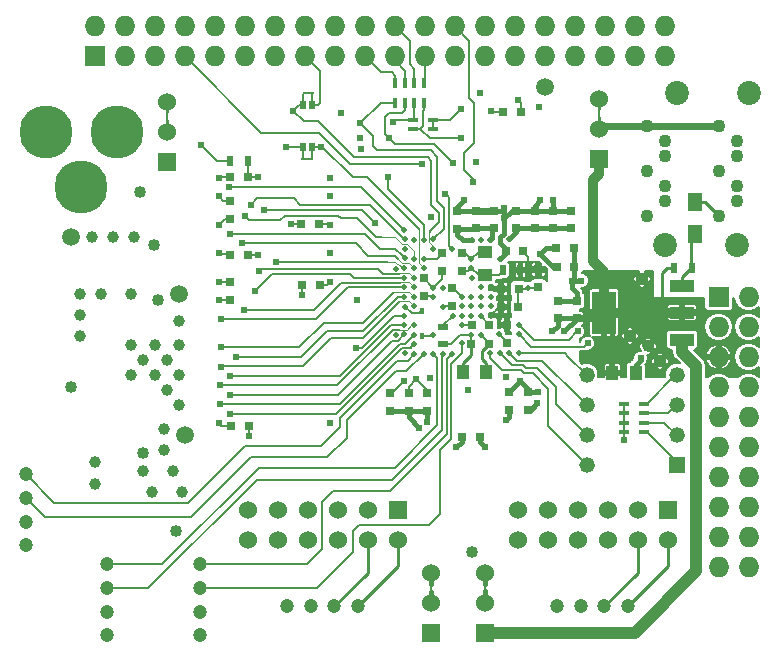
<source format=gbl>
G04 #@! TF.GenerationSoftware,KiCad,Pcbnew,5.0.2+dfsg1-1*
G04 #@! TF.CreationDate,2019-07-13T11:11:03-06:00*
G04 #@! TF.ProjectId,CAT,4341542e-6b69-4636-9164-5f7063625858,0.1*
G04 #@! TF.SameCoordinates,Original*
G04 #@! TF.FileFunction,Copper,L4,Bot*
G04 #@! TF.FilePolarity,Positive*
%FSLAX46Y46*%
G04 Gerber Fmt 4.6, Leading zero omitted, Abs format (unit mm)*
G04 Created by KiCad (PCBNEW 5.0.2+dfsg1-1) date Sat 13 Jul 2019 11:11:03 AM MDT*
%MOMM*%
%LPD*%
G01*
G04 APERTURE LIST*
G04 #@! TA.AperFunction,EtchedComponent*
%ADD10C,0.203200*%
G04 #@! TD*
G04 #@! TA.AperFunction,ComponentPad*
%ADD11C,1.089660*%
G04 #@! TD*
G04 #@! TA.AperFunction,ComponentPad*
%ADD12C,2.024380*%
G04 #@! TD*
G04 #@! TA.AperFunction,ComponentPad*
%ADD13C,1.000000*%
G04 #@! TD*
G04 #@! TA.AperFunction,ComponentPad*
%ADD14C,4.500000*%
G04 #@! TD*
G04 #@! TA.AperFunction,SMDPad,CuDef*
%ADD15R,0.203200X0.406400*%
G04 #@! TD*
G04 #@! TA.AperFunction,ComponentPad*
%ADD16R,1.727200X1.727200*%
G04 #@! TD*
G04 #@! TA.AperFunction,ComponentPad*
%ADD17O,1.727200X1.727200*%
G04 #@! TD*
G04 #@! TA.AperFunction,SMDPad,CuDef*
%ADD18R,0.450000X0.590000*%
G04 #@! TD*
G04 #@! TA.AperFunction,SMDPad,CuDef*
%ADD19R,0.900000X0.450000*%
G04 #@! TD*
G04 #@! TA.AperFunction,SMDPad,CuDef*
%ADD20R,0.800000X0.750000*%
G04 #@! TD*
G04 #@! TA.AperFunction,SMDPad,CuDef*
%ADD21R,0.750000X0.800000*%
G04 #@! TD*
G04 #@! TA.AperFunction,SMDPad,CuDef*
%ADD22R,1.000000X1.250000*%
G04 #@! TD*
G04 #@! TA.AperFunction,SMDPad,CuDef*
%ADD23R,1.250000X1.000000*%
G04 #@! TD*
G04 #@! TA.AperFunction,SMDPad,CuDef*
%ADD24R,0.900000X0.500000*%
G04 #@! TD*
G04 #@! TA.AperFunction,SMDPad,CuDef*
%ADD25R,0.500000X0.900000*%
G04 #@! TD*
G04 #@! TA.AperFunction,ComponentPad*
%ADD26C,1.501140*%
G04 #@! TD*
G04 #@! TA.AperFunction,ComponentPad*
%ADD27R,1.320800X1.320800*%
G04 #@! TD*
G04 #@! TA.AperFunction,ComponentPad*
%ADD28C,1.320800*%
G04 #@! TD*
G04 #@! TA.AperFunction,SMDPad,CuDef*
%ADD29R,0.406400X0.203200*%
G04 #@! TD*
G04 #@! TA.AperFunction,SMDPad,CuDef*
%ADD30R,0.508000X0.762000*%
G04 #@! TD*
G04 #@! TA.AperFunction,SMDPad,CuDef*
%ADD31R,2.032000X3.657600*%
G04 #@! TD*
G04 #@! TA.AperFunction,SMDPad,CuDef*
%ADD32R,2.032000X1.016000*%
G04 #@! TD*
G04 #@! TA.AperFunction,ComponentPad*
%ADD33R,1.524000X1.524000*%
G04 #@! TD*
G04 #@! TA.AperFunction,ComponentPad*
%ADD34C,1.524000*%
G04 #@! TD*
G04 #@! TA.AperFunction,SMDPad,CuDef*
%ADD35R,1.300000X1.500000*%
G04 #@! TD*
G04 #@! TA.AperFunction,SMDPad,CuDef*
%ADD36R,0.450000X0.900000*%
G04 #@! TD*
G04 #@! TA.AperFunction,ComponentPad*
%ADD37C,1.200000*%
G04 #@! TD*
G04 #@! TA.AperFunction,ViaPad*
%ADD38C,0.500000*%
G04 #@! TD*
G04 #@! TA.AperFunction,ViaPad*
%ADD39C,0.609600*%
G04 #@! TD*
G04 #@! TA.AperFunction,ViaPad*
%ADD40C,1.016000*%
G04 #@! TD*
G04 #@! TA.AperFunction,Conductor*
%ADD41C,0.203200*%
G04 #@! TD*
G04 #@! TA.AperFunction,Conductor*
%ADD42C,0.406400*%
G04 #@! TD*
G04 #@! TA.AperFunction,Conductor*
%ADD43C,0.152400*%
G04 #@! TD*
G04 #@! TA.AperFunction,Conductor*
%ADD44C,1.016000*%
G04 #@! TD*
G04 #@! TA.AperFunction,Conductor*
%ADD45C,0.254000*%
G04 #@! TD*
G04 #@! TA.AperFunction,Conductor*
%ADD46C,0.609600*%
G04 #@! TD*
G04 #@! TA.AperFunction,Conductor*
%ADD47C,0.812800*%
G04 #@! TD*
G04 #@! TA.AperFunction,Conductor*
%ADD48C,0.099990*%
G04 #@! TD*
G04 #@! TA.AperFunction,Conductor*
%ADD49C,0.100000*%
G04 #@! TD*
G04 APERTURE END LIST*
D10*
G04 #@! TO.C,SH3*
X41390000Y-50604000D02*
X41390000Y-49969000D01*
G04 #@! TO.C,SH4*
X36830000Y-50614000D02*
X36830000Y-49979000D01*
G04 #@! TO.C,SH2*
X51054000Y-9779000D02*
X51054000Y-10414000D01*
G04 #@! TO.C,SH5*
X26670000Y-13970000D02*
X26035000Y-13970000D01*
G04 #@! TO.C,SH6*
X26162000Y-8382000D02*
X26797000Y-8382000D01*
G04 #@! TO.C,SH1*
X14478000Y-10668000D02*
X14478000Y-10033000D01*
G04 #@! TD*
D11*
G04 #@! TO.P,SATA2,1*
G04 #@! TO.N,GND*
X55154000Y-18780000D03*
G04 #@! TO.P,SATA2,2*
G04 #@! TO.N,/SATA2_A_P*
X56654000Y-17510000D03*
G04 #@! TO.P,SATA2,3*
G04 #@! TO.N,/SATA2_A_N*
X56654000Y-16240000D03*
G04 #@! TO.P,SATA2,4*
G04 #@! TO.N,GND*
X55154000Y-14970000D03*
G04 #@! TO.P,SATA2,5*
G04 #@! TO.N,/SATA2_B_N*
X56654000Y-13700000D03*
G04 #@! TO.P,SATA2,6*
G04 #@! TO.N,/SATA2_B_P*
X56654000Y-12430000D03*
G04 #@! TO.P,SATA2,7*
G04 #@! TO.N,Net-(JP6-Pad2)*
X55154000Y-11160000D03*
D12*
G04 #@! TO.P,SATA2,P1*
G04 #@! TO.N,N/C*
X56654000Y-21240000D03*
G04 #@! TO.P,SATA2,P2*
X57654000Y-8410000D03*
G04 #@! TD*
D13*
G04 #@! TO.P,REF\002A\002A,1*
G04 #@! TO.N,VCCIO_3*
X55245000Y-29845000D03*
G04 #@! TD*
G04 #@! TO.P,REF\002A\002A,1*
G04 #@! TO.N,VCCIO_3*
X53721000Y-28956000D03*
G04 #@! TD*
G04 #@! TO.P,REF\002A\002A,1*
G04 #@! TO.N,VCCIO_3*
X56261000Y-31115000D03*
G04 #@! TD*
G04 #@! TO.P,REF\002A\002A,1*
G04 #@! TO.N,+1.2V*
X14224000Y-36830000D03*
G04 #@! TD*
G04 #@! TO.P,REF\002A\002A,1*
G04 #@! TO.N,+1.2V*
X13208000Y-42164000D03*
G04 #@! TD*
G04 #@! TO.P,REF\002A\002A,1*
G04 #@! TO.N,+1.2V*
X15748000Y-42164000D03*
G04 #@! TD*
G04 #@! TO.P,REF\002A\002A,1*
G04 #@! TO.N,+1.2V*
X14986000Y-40386000D03*
G04 #@! TD*
G04 #@! TO.P,REF\002A\002A,1*
G04 #@! TO.N,+1.2V*
X12446000Y-40386000D03*
G04 #@! TD*
G04 #@! TO.P,REF\002A\002A,1*
G04 #@! TO.N,+1.2V*
X14224000Y-38608000D03*
G04 #@! TD*
G04 #@! TO.P,REF\002A\002A,1*
G04 #@! TO.N,+1.2V*
X8382000Y-41529000D03*
G04 #@! TD*
G04 #@! TO.P,REF\002A\002A,1*
G04 #@! TO.N,+1.2V*
X8382000Y-39624000D03*
G04 #@! TD*
G04 #@! TO.P,REF\002A\002A,1*
G04 #@! TO.N,+5V*
X8890000Y-25400000D03*
G04 #@! TD*
G04 #@! TO.P,REF\002A\002A,1*
G04 #@! TO.N,+5V*
X11684000Y-20574000D03*
G04 #@! TD*
G04 #@! TO.P,REF\002A\002A,1*
G04 #@! TO.N,+5V*
X9906000Y-20574000D03*
G04 #@! TD*
G04 #@! TO.P,REF\002A\002A,1*
G04 #@! TO.N,+5V*
X8128000Y-20574000D03*
G04 #@! TD*
G04 #@! TO.P,REF\002A\002A,1*
G04 #@! TO.N,+5V*
X7112000Y-25400000D03*
G04 #@! TD*
G04 #@! TO.P,REF\002A\002A,1*
G04 #@! TO.N,+5V*
X7112000Y-27178000D03*
G04 #@! TD*
G04 #@! TO.P,REF\002A\002A,1*
G04 #@! TO.N,+3.3V*
X11430000Y-25400000D03*
G04 #@! TD*
G04 #@! TO.P,REF\002A\002A,1*
G04 #@! TO.N,+5V*
X7112000Y-28956000D03*
G04 #@! TD*
G04 #@! TO.P,REF\002A\002A,1*
G04 #@! TO.N,+3.3V*
X15494000Y-27686000D03*
G04 #@! TD*
G04 #@! TO.P,REF\002A\002A,1*
G04 #@! TO.N,+3.3V*
X15494000Y-34798000D03*
G04 #@! TD*
G04 #@! TO.P,REF\002A\002A,1*
G04 #@! TO.N,+3.3V*
X14478000Y-33528000D03*
G04 #@! TD*
G04 #@! TO.P,REF\002A\002A,1*
G04 #@! TO.N,+3.3V*
X15494000Y-32258000D03*
G04 #@! TD*
G04 #@! TO.P,REF\002A\002A,1*
G04 #@! TO.N,+3.3V*
X15494000Y-29718000D03*
G04 #@! TD*
G04 #@! TO.P,REF\002A\002A,1*
G04 #@! TO.N,+3.3V*
X14478000Y-30988000D03*
G04 #@! TD*
G04 #@! TO.P,REF\002A\002A,1*
G04 #@! TO.N,+3.3V*
X13462000Y-32258000D03*
G04 #@! TD*
G04 #@! TO.P,REF\002A\002A,1*
G04 #@! TO.N,+3.3V*
X13462000Y-29718000D03*
G04 #@! TD*
G04 #@! TO.P,REF\002A\002A,1*
G04 #@! TO.N,+3.3V*
X12446000Y-30988000D03*
G04 #@! TD*
G04 #@! TO.P,REF\002A\002A,1*
G04 #@! TO.N,+3.3V*
X11430000Y-32258000D03*
G04 #@! TD*
D14*
G04 #@! TO.P,CON1,1*
G04 #@! TO.N,Net-(CON1-Pad1)*
X10264140Y-11684000D03*
G04 #@! TO.P,CON1,2*
G04 #@! TO.N,GND*
X4264660Y-11684000D03*
G04 #@! TO.P,CON1,3*
G04 #@! TO.N,Net-(CON1-Pad3)*
X7264400Y-16383000D03*
G04 #@! TD*
D15*
G04 #@! TO.P,SH3,1*
G04 #@! TO.N,Net-(GR4-Pad3)*
X41390000Y-50604000D03*
G04 #@! TO.P,SH3,2*
G04 #@! TO.N,+3.3V*
X41390000Y-49969000D03*
G04 #@! TD*
G04 #@! TO.P,SH4,1*
G04 #@! TO.N,Net-(GR5-Pad3)*
X36830000Y-50614000D03*
G04 #@! TO.P,SH4,2*
G04 #@! TO.N,+3.3V*
X36830000Y-49979000D03*
G04 #@! TD*
D16*
G04 #@! TO.P,GPIO1,1*
G04 #@! TO.N,Net-(GPIO1-Pad1)*
X8370000Y-5270000D03*
D17*
G04 #@! TO.P,GPIO1,2*
G04 #@! TO.N,+5V-RPi*
X8370000Y-2730000D03*
G04 #@! TO.P,GPIO1,3*
G04 #@! TO.N,BCM2_SDA*
X10910000Y-5270000D03*
G04 #@! TO.P,GPIO1,4*
G04 #@! TO.N,+5V-RPi*
X10910000Y-2730000D03*
G04 #@! TO.P,GPIO1,5*
G04 #@! TO.N,BCM3_SCL*
X13450000Y-5270000D03*
G04 #@! TO.P,GPIO1,6*
G04 #@! TO.N,GND*
X13450000Y-2730000D03*
G04 #@! TO.P,GPIO1,7*
G04 #@! TO.N,BCM4_GPCLK0*
X15990000Y-5270000D03*
G04 #@! TO.P,GPIO1,8*
G04 #@! TO.N,BCM14_TXD*
X15990000Y-2730000D03*
G04 #@! TO.P,GPIO1,9*
G04 #@! TO.N,GND*
X18530000Y-5270000D03*
G04 #@! TO.P,GPIO1,10*
G04 #@! TO.N,BCM15_RXD*
X18530000Y-2730000D03*
G04 #@! TO.P,GPIO1,11*
G04 #@! TO.N,BCM17*
X21070000Y-5270000D03*
G04 #@! TO.P,GPIO1,12*
G04 #@! TO.N,BCM18_PCM_C*
X21070000Y-2730000D03*
G04 #@! TO.P,GPIO1,13*
G04 #@! TO.N,BCM27_PCM_0*
X23610000Y-5270000D03*
G04 #@! TO.P,GPIO1,14*
G04 #@! TO.N,GND*
X23610000Y-2730000D03*
G04 #@! TO.P,GPIO1,15*
G04 #@! TO.N,BCM22*
X26150000Y-5270000D03*
G04 #@! TO.P,GPIO1,16*
G04 #@! TO.N,BCM23*
X26150000Y-2730000D03*
G04 #@! TO.P,GPIO1,17*
G04 #@! TO.N,Net-(GPIO1-Pad17)*
X28690000Y-5270000D03*
G04 #@! TO.P,GPIO1,18*
G04 #@! TO.N,BCM24*
X28690000Y-2730000D03*
G04 #@! TO.P,GPIO1,19*
G04 #@! TO.N,BCM10_MOSI*
X31230000Y-5270000D03*
G04 #@! TO.P,GPIO1,20*
G04 #@! TO.N,GND*
X31230000Y-2730000D03*
G04 #@! TO.P,GPIO1,21*
G04 #@! TO.N,BCM9_MISO*
X33770000Y-5270000D03*
G04 #@! TO.P,GPIO1,22*
G04 #@! TO.N,BCM25*
X33770000Y-2730000D03*
G04 #@! TO.P,GPIO1,23*
G04 #@! TO.N,BCM11_SCLK*
X36310000Y-5270000D03*
G04 #@! TO.P,GPIO1,24*
G04 #@! TO.N,BCM8_CE0*
X36310000Y-2730000D03*
G04 #@! TO.P,GPIO1,25*
G04 #@! TO.N,GND*
X38850000Y-5270000D03*
G04 #@! TO.P,GPIO1,26*
G04 #@! TO.N,BCM7_CE1*
X38850000Y-2730000D03*
G04 #@! TO.P,GPIO1,27*
G04 #@! TO.N,BCM0_ID_SD*
X41390000Y-5270000D03*
G04 #@! TO.P,GPIO1,28*
G04 #@! TO.N,BCM1_ID_SC*
X41390000Y-2730000D03*
G04 #@! TO.P,GPIO1,29*
G04 #@! TO.N,BCM5*
X43930000Y-5270000D03*
G04 #@! TO.P,GPIO1,30*
G04 #@! TO.N,GND*
X43930000Y-2730000D03*
G04 #@! TO.P,GPIO1,31*
G04 #@! TO.N,BCM6*
X46470000Y-5270000D03*
G04 #@! TO.P,GPIO1,32*
G04 #@! TO.N,BCM12*
X46470000Y-2730000D03*
G04 #@! TO.P,GPIO1,33*
G04 #@! TO.N,BCM13*
X49010000Y-5270000D03*
G04 #@! TO.P,GPIO1,34*
G04 #@! TO.N,GND*
X49010000Y-2730000D03*
G04 #@! TO.P,GPIO1,35*
G04 #@! TO.N,BCM19_MISO*
X51550000Y-5270000D03*
G04 #@! TO.P,GPIO1,36*
G04 #@! TO.N,BCM16*
X51550000Y-2730000D03*
G04 #@! TO.P,GPIO1,37*
G04 #@! TO.N,BCM26*
X54090000Y-5270000D03*
G04 #@! TO.P,GPIO1,38*
G04 #@! TO.N,BCM20_MOSI*
X54090000Y-2730000D03*
G04 #@! TO.P,GPIO1,39*
G04 #@! TO.N,GND*
X56630000Y-5270000D03*
G04 #@! TO.P,GPIO1,40*
G04 #@! TO.N,BCM21_SCLK*
X56630000Y-2730000D03*
G04 #@! TD*
D18*
G04 #@! TO.P,D1,1*
G04 #@! TO.N,Net-(D1-Pad1)*
X36083240Y-28934040D03*
G04 #@! TO.P,D1,2*
G04 #@! TO.N,+3.3V*
X36083240Y-26824040D03*
G04 #@! TD*
D19*
G04 #@! TO.P,RN3,1*
G04 #@! TO.N,Net-(RN12-Pad5)*
X35345000Y-11449000D03*
G04 #@! TO.P,RN3,2*
G04 #@! TO.N,Net-(RN12-Pad6)*
X35345000Y-10649000D03*
G04 #@! TO.P,RN3,3*
G04 #@! TO.N,+3.3V*
X37045000Y-10649000D03*
G04 #@! TO.P,RN3,4*
X37045000Y-11449000D03*
G04 #@! TD*
D20*
G04 #@! TO.P,C5,1*
G04 #@! TO.N,+3.3V*
X44438000Y-9969500D03*
G04 #@! TO.P,C5,2*
G04 #@! TO.N,GND*
X42938000Y-9969500D03*
G04 #@! TD*
G04 #@! TO.P,C8,1*
G04 #@! TO.N,+3.3V*
X19824000Y-22098000D03*
G04 #@! TO.P,C8,2*
G04 #@! TO.N,GND*
X21324000Y-22098000D03*
G04 #@! TD*
G04 #@! TO.P,C9,1*
G04 #@! TO.N,+3.3V*
X19824000Y-15494000D03*
G04 #@! TO.P,C9,2*
G04 #@! TO.N,GND*
X21324000Y-15494000D03*
G04 #@! TD*
G04 #@! TO.P,C10,1*
G04 #@! TO.N,+3.3V*
X27384440Y-19484340D03*
G04 #@! TO.P,C10,2*
G04 #@! TO.N,GND*
X25884440Y-19484340D03*
G04 #@! TD*
G04 #@! TO.P,C11,1*
G04 #@! TO.N,+3.3V*
X19930680Y-36553140D03*
G04 #@! TO.P,C11,2*
G04 #@! TO.N,GND*
X21430680Y-36553140D03*
G04 #@! TD*
D21*
G04 #@! TO.P,C12,1*
G04 #@! TO.N,+3.3V*
X19812000Y-25896000D03*
G04 #@! TO.P,C12,2*
G04 #@! TO.N,GND*
X19812000Y-24396000D03*
G04 #@! TD*
D20*
G04 #@! TO.P,C13,1*
G04 #@! TO.N,+3.3V*
X27420000Y-24638000D03*
G04 #@! TO.P,C13,2*
G04 #@! TO.N,GND*
X25920000Y-24638000D03*
G04 #@! TD*
D21*
G04 #@! TO.P,C14,1*
G04 #@! TO.N,+3.3V*
X19812000Y-17538000D03*
G04 #@! TO.P,C14,2*
G04 #@! TO.N,GND*
X19812000Y-19038000D03*
G04 #@! TD*
G04 #@! TO.P,C16,1*
G04 #@! TO.N,+3.3V*
X48701960Y-19851500D03*
G04 #@! TO.P,C16,2*
G04 #@! TO.N,GND*
X48701960Y-18351500D03*
G04 #@! TD*
D20*
G04 #@! TO.P,C17,1*
G04 #@! TO.N,+3.3V*
X40306560Y-28056840D03*
G04 #@! TO.P,C17,2*
G04 #@! TO.N,GND*
X41806560Y-28056840D03*
G04 #@! TD*
D21*
G04 #@! TO.P,C18,1*
G04 #@! TO.N,+3.3V*
X36522660Y-33821940D03*
G04 #@! TO.P,C18,2*
G04 #@! TO.N,GND*
X36522660Y-35321940D03*
G04 #@! TD*
G04 #@! TO.P,C19,1*
G04 #@! TO.N,VCCIO_3*
X49199800Y-27482800D03*
G04 #@! TO.P,C19,2*
G04 #@! TO.N,GND*
X49199800Y-25982800D03*
G04 #@! TD*
G04 #@! TO.P,C20,1*
G04 #@! TO.N,+3.3V*
X47162720Y-19851500D03*
G04 #@! TO.P,C20,2*
G04 #@! TO.N,GND*
X47162720Y-18351500D03*
G04 #@! TD*
G04 #@! TO.P,C21,1*
G04 #@! TO.N,+3.3V*
X37805360Y-21965920D03*
G04 #@! TO.P,C21,2*
G04 #@! TO.N,GND*
X37805360Y-23465920D03*
G04 #@! TD*
D20*
G04 #@! TO.P,C22,1*
G04 #@! TO.N,+3.3V*
X39483600Y-37490400D03*
G04 #@! TO.P,C22,2*
G04 #@! TO.N,GND*
X40983600Y-37490400D03*
G04 #@! TD*
D21*
G04 #@! TO.P,C23,1*
G04 #@! TO.N,VCCIO_3*
X47574200Y-27482800D03*
G04 #@! TO.P,C23,2*
G04 #@! TO.N,GND*
X47574200Y-25982800D03*
G04 #@! TD*
G04 #@! TO.P,C24,1*
G04 #@! TO.N,+3.3V*
X45633640Y-19847560D03*
G04 #@! TO.P,C24,2*
G04 #@! TO.N,GND*
X45633640Y-18347560D03*
G04 #@! TD*
G04 #@! TO.P,C25,1*
G04 #@! TO.N,+3.3V*
X38666420Y-26397080D03*
G04 #@! TO.P,C25,2*
G04 #@! TO.N,GND*
X38666420Y-24897080D03*
G04 #@! TD*
G04 #@! TO.P,C26,1*
G04 #@! TO.N,+3.3V*
X34968180Y-33822640D03*
G04 #@! TO.P,C26,2*
G04 #@! TO.N,GND*
X34968180Y-35322640D03*
G04 #@! TD*
D20*
G04 #@! TO.P,C27,1*
G04 #@! TO.N,VCCIO_3*
X47495460Y-23088600D03*
G04 #@! TO.P,C27,2*
G04 #@! TO.N,GND*
X48995460Y-23088600D03*
G04 #@! TD*
D21*
G04 #@! TO.P,C28,1*
G04 #@! TO.N,+3.3V*
X44091860Y-19857720D03*
G04 #@! TO.P,C28,2*
G04 #@! TO.N,GND*
X44091860Y-18357720D03*
G04 #@! TD*
G04 #@! TO.P,C29,1*
G04 #@! TO.N,+3.3V*
X36253420Y-25570180D03*
G04 #@! TO.P,C29,2*
G04 #@! TO.N,GND*
X36253420Y-24070180D03*
G04 #@! TD*
G04 #@! TO.P,C30,1*
G04 #@! TO.N,+3.3V*
X45059600Y-33731200D03*
G04 #@! TO.P,C30,2*
G04 #@! TO.N,GND*
X45059600Y-35231200D03*
G04 #@! TD*
D20*
G04 #@! TO.P,C31,1*
G04 #@! TO.N,VCCIO_3*
X47484600Y-21523960D03*
G04 #@! TO.P,C31,2*
G04 #@! TO.N,GND*
X48984600Y-21523960D03*
G04 #@! TD*
D22*
G04 #@! TO.P,C32,1*
G04 #@! TO.N,Net-(C32-Pad1)*
X41538400Y-32004000D03*
G04 #@! TO.P,C32,2*
G04 #@! TO.N,Net-(C32-Pad2)*
X39538400Y-32004000D03*
G04 #@! TD*
D23*
G04 #@! TO.P,C33,1*
G04 #@! TO.N,Net-(C33-Pad1)*
X41412160Y-21830280D03*
G04 #@! TO.P,C33,2*
G04 #@! TO.N,Net-(C33-Pad2)*
X41412160Y-23830280D03*
G04 #@! TD*
D20*
G04 #@! TO.P,C34,1*
G04 #@! TO.N,Net-(C32-Pad1)*
X41773540Y-29657040D03*
G04 #@! TO.P,C34,2*
G04 #@! TO.N,Net-(C32-Pad2)*
X40273540Y-29657040D03*
G04 #@! TD*
D21*
G04 #@! TO.P,C35,1*
G04 #@! TO.N,Net-(C33-Pad1)*
X39456360Y-21934740D03*
G04 #@! TO.P,C35,2*
G04 #@! TO.N,Net-(C33-Pad2)*
X39456360Y-23434740D03*
G04 #@! TD*
G04 #@! TO.P,C38,1*
G04 #@! TO.N,+1.2V*
X45958760Y-23334980D03*
G04 #@! TO.P,C38,2*
G04 #@! TO.N,GND*
X45958760Y-24834980D03*
G04 #@! TD*
G04 #@! TO.P,C39,1*
G04 #@! TO.N,+3.3V*
X42158920Y-19860260D03*
G04 #@! TO.P,C39,2*
G04 #@! TO.N,GND*
X42158920Y-18360260D03*
G04 #@! TD*
D20*
G04 #@! TO.P,C40,1*
G04 #@! TO.N,+1.2V*
X44689460Y-21783040D03*
G04 #@! TO.P,C40,2*
G04 #@! TO.N,GND*
X43189460Y-21783040D03*
G04 #@! TD*
D21*
G04 #@! TO.P,C41,1*
G04 #@! TO.N,+3.3V*
X40629840Y-19860260D03*
G04 #@! TO.P,C41,2*
G04 #@! TO.N,GND*
X40629840Y-18360260D03*
G04 #@! TD*
G04 #@! TO.P,C42,1*
G04 #@! TO.N,+1.2V*
X43322240Y-28030740D03*
G04 #@! TO.P,C42,2*
G04 #@! TO.N,GND*
X43322240Y-29530740D03*
G04 #@! TD*
G04 #@! TO.P,C43,1*
G04 #@! TO.N,+3.3V*
X39093140Y-19870420D03*
G04 #@! TO.P,C43,2*
G04 #@! TO.N,GND*
X39093140Y-18370420D03*
G04 #@! TD*
D20*
G04 #@! TO.P,C44,1*
G04 #@! TO.N,+1.2V*
X42767820Y-26512520D03*
G04 #@! TO.P,C44,2*
G04 #@! TO.N,GND*
X44267820Y-26512520D03*
G04 #@! TD*
D21*
G04 #@! TO.P,C45,1*
G04 #@! TO.N,+1.2V*
X33411160Y-33806700D03*
G04 #@! TO.P,C45,2*
G04 #@! TO.N,GND*
X33411160Y-35306700D03*
G04 #@! TD*
D20*
G04 #@! TO.P,C46,1*
G04 #@! TO.N,+1.2V*
X42777280Y-24968200D03*
G04 #@! TO.P,C46,2*
G04 #@! TO.N,GND*
X44277280Y-24968200D03*
G04 #@! TD*
D21*
G04 #@! TO.P,C47,1*
G04 #@! TO.N,+3.3V*
X43484800Y-33731200D03*
G04 #@! TO.P,C47,2*
G04 #@! TO.N,GND*
X43484800Y-35231200D03*
G04 #@! TD*
D24*
G04 #@! TO.P,R1,1*
G04 #@! TO.N,Net-(C32-Pad2)*
X37868860Y-29690760D03*
G04 #@! TO.P,R1,2*
G04 #@! TO.N,+1.2V*
X37868860Y-28190760D03*
G04 #@! TD*
D25*
G04 #@! TO.P,R6,1*
G04 #@! TO.N,Net-(C33-Pad2)*
X42935460Y-23375620D03*
G04 #@! TO.P,R6,2*
G04 #@! TO.N,+1.2V*
X44435460Y-23375620D03*
G04 #@! TD*
D26*
G04 #@! TO.P,TP-1.2V1,1*
G04 #@! TO.N,+1.2V*
X16002000Y-37338000D03*
G04 #@! TD*
G04 #@! TO.P,TP-3.3V1,1*
G04 #@! TO.N,+3.3V*
X15494000Y-25400000D03*
G04 #@! TD*
G04 #@! TO.P,TP-5V1,1*
G04 #@! TO.N,+5V*
X6350000Y-20574000D03*
G04 #@! TD*
G04 #@! TO.P,TP-GND1,1*
G04 #@! TO.N,GND*
X46482000Y-7874000D03*
G04 #@! TD*
D19*
G04 #@! TO.P,RN6,1*
G04 #@! TO.N,Net-(RN6-Pad1)*
X54880880Y-34705440D03*
G04 #@! TO.P,RN6,2*
G04 #@! TO.N,Net-(RN6-Pad2)*
X54880880Y-35505440D03*
G04 #@! TO.P,RN6,3*
G04 #@! TO.N,Net-(RN6-Pad3)*
X54880880Y-36305440D03*
G04 #@! TO.P,RN6,4*
G04 #@! TO.N,Net-(RN6-Pad4)*
X54880880Y-37105440D03*
G04 #@! TO.P,RN6,5*
G04 #@! TO.N,GND*
X53180880Y-37105440D03*
G04 #@! TO.P,RN6,6*
X53180880Y-36305440D03*
G04 #@! TO.P,RN6,7*
X53180880Y-35505440D03*
G04 #@! TO.P,RN6,8*
X53180880Y-34705440D03*
G04 #@! TD*
D16*
G04 #@! TO.P,HDR1,1*
G04 #@! TO.N,HDR1-1*
X61214000Y-25654000D03*
D17*
G04 #@! TO.P,HDR1,2*
G04 #@! TO.N,HDR1-2*
X63754000Y-25654000D03*
G04 #@! TO.P,HDR1,3*
G04 #@! TO.N,HDR1-3*
X61214000Y-28194000D03*
G04 #@! TO.P,HDR1,4*
G04 #@! TO.N,HDR1-4*
X63754000Y-28194000D03*
G04 #@! TO.P,HDR1,5*
G04 #@! TO.N,VCCIO_3*
X61214000Y-30734000D03*
G04 #@! TO.P,HDR1,6*
G04 #@! TO.N,HDR1-6*
X63754000Y-30734000D03*
G04 #@! TO.P,HDR1,7*
G04 #@! TO.N,HDR1-7*
X61214000Y-33274000D03*
G04 #@! TO.P,HDR1,8*
G04 #@! TO.N,HDR1-8*
X63754000Y-33274000D03*
G04 #@! TO.P,HDR1,9*
G04 #@! TO.N,HDR1-9*
X61214000Y-35814000D03*
G04 #@! TO.P,HDR1,10*
G04 #@! TO.N,HDR1-10*
X63754000Y-35814000D03*
G04 #@! TO.P,HDR1,11*
G04 #@! TO.N,HDR1-11*
X61214000Y-38354000D03*
G04 #@! TO.P,HDR1,12*
G04 #@! TO.N,HDR1-12*
X63754000Y-38354000D03*
G04 #@! TO.P,HDR1,13*
G04 #@! TO.N,HDR1-13*
X61214000Y-40894000D03*
G04 #@! TO.P,HDR1,14*
G04 #@! TO.N,HDR1-14*
X63754000Y-40894000D03*
G04 #@! TO.P,HDR1,15*
G04 #@! TO.N,GND*
X61214000Y-43434000D03*
G04 #@! TO.P,HDR1,16*
G04 #@! TO.N,HDR1-16*
X63754000Y-43434000D03*
G04 #@! TO.P,HDR1,17*
G04 #@! TO.N,HDR1-17*
X61214000Y-45974000D03*
G04 #@! TO.P,HDR1,18*
G04 #@! TO.N,HDR1-18*
X63754000Y-45974000D03*
G04 #@! TO.P,HDR1,19*
G04 #@! TO.N,HDR1-19*
X61214000Y-48514000D03*
G04 #@! TO.P,HDR1,20*
G04 #@! TO.N,HDR1-20*
X63754000Y-48514000D03*
G04 #@! TD*
D15*
G04 #@! TO.P,SH2,1*
G04 #@! TO.N,GND*
X51054000Y-9779000D03*
G04 #@! TO.P,SH2,2*
G04 #@! TO.N,Net-(JP6-Pad2)*
X51054000Y-10414000D03*
G04 #@! TD*
D27*
G04 #@! TO.P,SW3,1*
G04 #@! TO.N,Net-(RN6-Pad4)*
X57658000Y-39878000D03*
D28*
G04 #@! TO.P,SW3,2*
G04 #@! TO.N,Net-(RN6-Pad3)*
X57658000Y-37338000D03*
G04 #@! TO.P,SW3,3*
G04 #@! TO.N,Net-(RN6-Pad2)*
X57658000Y-34798000D03*
G04 #@! TO.P,SW3,4*
G04 #@! TO.N,Net-(RN6-Pad1)*
X57658000Y-32258000D03*
G04 #@! TO.P,SW3,5*
G04 #@! TO.N,DIPSW4*
X50038000Y-32258000D03*
G04 #@! TO.P,SW3,6*
G04 #@! TO.N,DIPSW3*
X50038000Y-34798000D03*
G04 #@! TO.P,SW3,7*
G04 #@! TO.N,DIPSW2*
X50038000Y-37338000D03*
G04 #@! TO.P,SW3,8*
G04 #@! TO.N,DIPSW1*
X50038000Y-39878000D03*
G04 #@! TD*
D29*
G04 #@! TO.P,SH5,1*
G04 #@! TO.N,Net-(JP1-Pad2)*
X26670000Y-13970000D03*
G04 #@! TO.P,SH5,2*
G04 #@! TO.N,BCM17*
X26035000Y-13970000D03*
G04 #@! TD*
G04 #@! TO.P,SH6,1*
G04 #@! TO.N,Net-(JP5-Pad2)*
X26162000Y-8382000D03*
G04 #@! TO.P,SH6,2*
G04 #@! TO.N,BCM22*
X26797000Y-8382000D03*
G04 #@! TD*
D13*
G04 #@! TO.P,REF\002A\002A,1*
G04 #@! TO.N,+3.3V*
X11430000Y-29718000D03*
G04 #@! TD*
D25*
G04 #@! TO.P,R7,1*
G04 #@! TO.N,GND*
X21324000Y-14122400D03*
G04 #@! TO.P,R7,2*
G04 #@! TO.N,Net-(R7-Pad2)*
X19824000Y-14122400D03*
G04 #@! TD*
D22*
G04 #@! TO.P,C6,1*
G04 #@! TO.N,VCCIO_3*
X52213000Y-32131000D03*
G04 #@! TO.P,C6,2*
G04 #@! TO.N,GND*
X54213000Y-32131000D03*
G04 #@! TD*
D25*
G04 #@! TO.P,R9,1*
G04 #@! TO.N,VCCIO_3*
X57416000Y-23190200D03*
G04 #@! TO.P,R9,2*
G04 #@! TO.N,Net-(R8-Pad1)*
X58916000Y-23190200D03*
G04 #@! TD*
D13*
G04 #@! TO.P,REF\002A\002A,1*
G04 #@! TO.N,VCCIO_3*
X54737000Y-24130000D03*
G04 #@! TD*
D15*
G04 #@! TO.P,SH1,1*
G04 #@! TO.N,Net-(JP4-Pad2)*
X14478000Y-10668000D03*
G04 #@! TO.P,SH1,2*
G04 #@! TO.N,+5V-RPi*
X14478000Y-10033000D03*
G04 #@! TD*
D30*
G04 #@! TO.P,JP5,1*
G04 #@! TO.N,BCM22*
X26771600Y-9398000D03*
G04 #@! TO.P,JP5,2*
G04 #@! TO.N,Net-(JP5-Pad2)*
X26060400Y-9398000D03*
G04 #@! TD*
G04 #@! TO.P,JP1,1*
G04 #@! TO.N,BCM17*
X26060400Y-12954000D03*
G04 #@! TO.P,JP1,2*
G04 #@! TO.N,Net-(JP1-Pad2)*
X26771600Y-12954000D03*
G04 #@! TD*
D31*
G04 #@! TO.P,U8,4*
G04 #@! TO.N,VCCIO_3*
X51516280Y-26990040D03*
D32*
G04 #@! TO.P,U8,2*
X58120280Y-26990040D03*
G04 #@! TO.P,U8,3*
G04 #@! TO.N,+5V*
X58120280Y-29276040D03*
G04 #@! TO.P,U8,1*
G04 #@! TO.N,Net-(R8-Pad1)*
X58120280Y-24704040D03*
G04 #@! TD*
D33*
G04 #@! TO.P,JP2,1*
G04 #@! TO.N,+5V*
X41402000Y-54102000D03*
D34*
G04 #@! TO.P,JP2,2*
G04 #@! TO.N,Net-(GR4-Pad3)*
X41402000Y-51562000D03*
G04 #@! TO.P,JP2,3*
G04 #@! TO.N,+3.3V*
X41402000Y-49022000D03*
G04 #@! TD*
D33*
G04 #@! TO.P,JP3,1*
G04 #@! TO.N,+5V*
X36830000Y-54102000D03*
D34*
G04 #@! TO.P,JP3,2*
G04 #@! TO.N,Net-(GR5-Pad3)*
X36830000Y-51562000D03*
G04 #@! TO.P,JP3,3*
G04 #@! TO.N,+3.3V*
X36830000Y-49022000D03*
G04 #@! TD*
D33*
G04 #@! TO.P,JP4,1*
G04 #@! TO.N,Net-(CON1-Pad1)*
X14478000Y-14224000D03*
D34*
G04 #@! TO.P,JP4,2*
G04 #@! TO.N,Net-(JP4-Pad2)*
X14478000Y-11684000D03*
G04 #@! TO.P,JP4,3*
G04 #@! TO.N,+5V-RPi*
X14478000Y-9144000D03*
G04 #@! TD*
D33*
G04 #@! TO.P,JP6,1*
G04 #@! TO.N,VCCIO_3*
X51054000Y-13970000D03*
D34*
G04 #@! TO.P,JP6,2*
G04 #@! TO.N,Net-(JP6-Pad2)*
X51054000Y-11430000D03*
G04 #@! TO.P,JP6,3*
G04 #@! TO.N,GND*
X51054000Y-8890000D03*
G04 #@! TD*
G04 #@! TO.P,PM2,9*
G04 #@! TO.N,PM2-B3*
X51816000Y-46228000D03*
D33*
G04 #@! TO.P,PM2,1*
G04 #@! TO.N,PM2-A1*
X56896000Y-43688000D03*
D34*
G04 #@! TO.P,PM2,3*
G04 #@! TO.N,PM2-A3*
X51816000Y-43688000D03*
G04 #@! TO.P,PM2,5*
G04 #@! TO.N,GND*
X46736000Y-43688000D03*
G04 #@! TO.P,PM2,7*
G04 #@! TO.N,PM2-B1*
X56896000Y-46228000D03*
G04 #@! TO.P,PM2,11*
G04 #@! TO.N,GND*
X46736000Y-46228000D03*
G04 #@! TO.P,PM2,10*
G04 #@! TO.N,PM2-B4*
X49276000Y-46228000D03*
G04 #@! TO.P,PM2,2*
G04 #@! TO.N,PM2-A2*
X54356000Y-43688000D03*
G04 #@! TO.P,PM2,4*
G04 #@! TO.N,PM2-A4*
X49276000Y-43688000D03*
G04 #@! TO.P,PM2,6*
G04 #@! TO.N,Net-(GR4-Pad3)*
X44196000Y-43688000D03*
G04 #@! TO.P,PM2,8*
G04 #@! TO.N,PM2-B2*
X54356000Y-46228000D03*
G04 #@! TO.P,PM2,12*
G04 #@! TO.N,Net-(GR4-Pad3)*
X44196000Y-46228000D03*
G04 #@! TD*
G04 #@! TO.P,PM3,9*
G04 #@! TO.N,PM3-B3*
X28956000Y-46228000D03*
D33*
G04 #@! TO.P,PM3,1*
G04 #@! TO.N,PM3-A1*
X34036000Y-43688000D03*
D34*
G04 #@! TO.P,PM3,3*
G04 #@! TO.N,PM3-A3*
X28956000Y-43688000D03*
G04 #@! TO.P,PM3,5*
G04 #@! TO.N,GND*
X23876000Y-43688000D03*
G04 #@! TO.P,PM3,7*
G04 #@! TO.N,PM3-B1*
X34036000Y-46228000D03*
G04 #@! TO.P,PM3,11*
G04 #@! TO.N,GND*
X23876000Y-46228000D03*
G04 #@! TO.P,PM3,10*
G04 #@! TO.N,PM3-B4*
X26416000Y-46228000D03*
G04 #@! TO.P,PM3,2*
G04 #@! TO.N,PM3-A2*
X31496000Y-43688000D03*
G04 #@! TO.P,PM3,4*
G04 #@! TO.N,PM3-A4*
X26416000Y-43688000D03*
G04 #@! TO.P,PM3,6*
G04 #@! TO.N,Net-(GR5-Pad3)*
X21336000Y-43688000D03*
G04 #@! TO.P,PM3,8*
G04 #@! TO.N,PM3-B2*
X31496000Y-46228000D03*
G04 #@! TO.P,PM3,12*
G04 #@! TO.N,Net-(GR5-Pad3)*
X21336000Y-46228000D03*
G04 #@! TD*
D11*
G04 #@! TO.P,SATA1,1*
G04 #@! TO.N,GND*
X61250000Y-18780000D03*
G04 #@! TO.P,SATA1,2*
G04 #@! TO.N,/SATA1_A_P*
X62750000Y-17510000D03*
G04 #@! TO.P,SATA1,3*
G04 #@! TO.N,/SATA1_A_N*
X62750000Y-16240000D03*
G04 #@! TO.P,SATA1,4*
G04 #@! TO.N,GND*
X61250000Y-14970000D03*
G04 #@! TO.P,SATA1,5*
G04 #@! TO.N,/SATA1_B_N*
X62750000Y-13700000D03*
G04 #@! TO.P,SATA1,6*
G04 #@! TO.N,/SATA1_B_P*
X62750000Y-12430000D03*
G04 #@! TO.P,SATA1,7*
G04 #@! TO.N,Net-(JP6-Pad2)*
X61250000Y-11160000D03*
D12*
G04 #@! TO.P,SATA1,P1*
G04 #@! TO.N,N/C*
X62750000Y-21240000D03*
G04 #@! TO.P,SATA1,P2*
X63750000Y-8410000D03*
G04 #@! TD*
D35*
G04 #@! TO.P,R8,1*
G04 #@! TO.N,Net-(R8-Pad1)*
X59207400Y-20298400D03*
G04 #@! TO.P,R8,2*
G04 #@! TO.N,GND*
X59207400Y-17598400D03*
G04 #@! TD*
D36*
G04 #@! TO.P,RN12,1*
G04 #@! TO.N,BCM10_MOSI*
X33852000Y-7532000D03*
G04 #@! TO.P,RN12,2*
G04 #@! TO.N,BCM9_MISO*
X34652000Y-7532000D03*
G04 #@! TO.P,RN12,3*
G04 #@! TO.N,BCM25*
X35452000Y-7532000D03*
G04 #@! TO.P,RN12,4*
G04 #@! TO.N,BCM11_SCLK*
X36252000Y-7532000D03*
G04 #@! TO.P,RN12,5*
G04 #@! TO.N,Net-(RN12-Pad5)*
X36252000Y-9232000D03*
G04 #@! TO.P,RN12,6*
G04 #@! TO.N,Net-(RN12-Pad6)*
X35452000Y-9232000D03*
G04 #@! TO.P,RN12,7*
G04 #@! TO.N,Net-(RN12-Pad7)*
X34652000Y-9232000D03*
G04 #@! TO.P,RN12,8*
G04 #@! TO.N,Net-(RN12-Pad8)*
X33852000Y-9232000D03*
G04 #@! TD*
D37*
G04 #@! TO.P,GR2,3*
G04 #@! TO.N,+3.3V*
X9398000Y-52308760D03*
G04 #@! TO.P,GR2,2*
G04 #@! TO.N,GR2-IO2*
X9398000Y-50307240D03*
G04 #@! TO.P,GR2,4*
G04 #@! TO.N,GND*
X9398000Y-54307740D03*
G04 #@! TO.P,GR2,1*
G04 #@! TO.N,GR2-IO1*
X9398000Y-48308260D03*
G04 #@! TD*
G04 #@! TO.P,GR3,3*
G04 #@! TO.N,+3.3V*
X2540000Y-44688760D03*
G04 #@! TO.P,GR3,2*
G04 #@! TO.N,GR3-IO2*
X2540000Y-42687240D03*
G04 #@! TO.P,GR3,4*
G04 #@! TO.N,GND*
X2540000Y-46687740D03*
G04 #@! TO.P,GR3,1*
G04 #@! TO.N,GR3-IO1*
X2540000Y-40688260D03*
G04 #@! TD*
G04 #@! TO.P,GR1,3*
G04 #@! TO.N,+3.3V*
X17272000Y-52308760D03*
G04 #@! TO.P,GR1,2*
G04 #@! TO.N,GR1-IO2*
X17272000Y-50307240D03*
G04 #@! TO.P,GR1,4*
G04 #@! TO.N,GND*
X17272000Y-54307740D03*
G04 #@! TO.P,GR1,1*
G04 #@! TO.N,GR1-IO1*
X17272000Y-48308260D03*
G04 #@! TD*
G04 #@! TO.P,GR5,3*
G04 #@! TO.N,Net-(GR5-Pad3)*
X26685240Y-51816000D03*
G04 #@! TO.P,GR5,2*
G04 #@! TO.N,PM3-B2*
X28686760Y-51816000D03*
G04 #@! TO.P,GR5,4*
G04 #@! TO.N,GND*
X24686260Y-51816000D03*
G04 #@! TO.P,GR5,1*
G04 #@! TO.N,PM3-B1*
X30685740Y-51816000D03*
G04 #@! TD*
G04 #@! TO.P,GR4,3*
G04 #@! TO.N,Net-(GR4-Pad3)*
X49545240Y-51816000D03*
G04 #@! TO.P,GR4,2*
G04 #@! TO.N,PM2-B2*
X51546760Y-51816000D03*
G04 #@! TO.P,GR4,4*
G04 #@! TO.N,GND*
X47546260Y-51816000D03*
G04 #@! TO.P,GR4,1*
G04 #@! TO.N,PM2-B1*
X53545740Y-51816000D03*
G04 #@! TD*
D38*
G04 #@! TO.N,+3.3V*
X34655760Y-30434280D03*
D39*
X44259500Y-9017000D03*
X46037500Y-9588500D03*
D38*
X41859200Y-20828000D03*
D39*
X45923200Y-33731200D03*
X44399200Y-32816800D03*
X40030400Y-33578800D03*
X39014400Y-38404800D03*
X35626040Y-32639000D03*
D38*
X37056361Y-25680937D03*
X39456359Y-28080937D03*
D39*
X29260800Y-10109200D03*
X30886400Y-12242800D03*
D38*
X40301063Y-24036221D03*
D39*
X39420799Y-9728199D03*
D38*
X40298782Y-20838270D03*
X43456358Y-20791517D03*
D39*
X18884900Y-25948640D03*
X28343859Y-24361141D03*
X18900140Y-21960840D03*
D38*
X34656359Y-26480936D03*
D39*
X28346400Y-19542760D03*
X18884900Y-36360100D03*
X18879822Y-15552420D03*
X18883341Y-17160590D03*
D38*
X34656361Y-21591504D03*
X35411644Y-20836219D03*
X36301076Y-22436219D03*
X37856365Y-26480918D03*
D39*
G04 #@! TO.N,GND*
X54610000Y-30861000D03*
D38*
X42654220Y-28831540D03*
D39*
X36830000Y-18923000D03*
X43053000Y-18135600D03*
X48818800Y-24282400D03*
X49580800Y-24282400D03*
X41910000Y-9906000D03*
D38*
X42672000Y-22428200D03*
D39*
X47167800Y-17475200D03*
X46126400Y-17475200D03*
X39674800Y-17475200D03*
X41402000Y-38404800D03*
X45872400Y-34645600D03*
X43230800Y-32461200D03*
X35864800Y-36728400D03*
X36525200Y-36220400D03*
X36807140Y-32539940D03*
D38*
X37056360Y-24880936D03*
X41066364Y-27260925D03*
D39*
X30937200Y-13157200D03*
D40*
X12192000Y-16764000D03*
X6350000Y-33274000D03*
X12446000Y-38862000D03*
X13716000Y-25908000D03*
X13385800Y-21285200D03*
X40335200Y-47244000D03*
D38*
X41055542Y-24790603D03*
X41101062Y-25636219D03*
X41101060Y-26436225D03*
D40*
X15240000Y-45466000D03*
D39*
X53187600Y-37795200D03*
X41046398Y-8382000D03*
D38*
X41101076Y-20836220D03*
D39*
X43053000Y-18999200D03*
X28331160Y-15617831D03*
X40640000Y-14224000D03*
D38*
X45056352Y-24880927D03*
D39*
X22174200Y-22098000D03*
X21422360Y-37406580D03*
X22204680Y-15501620D03*
X24996140Y-19497040D03*
X25915620Y-25463500D03*
X30632400Y-25933398D03*
X28338780Y-21960840D03*
D38*
X33856716Y-23281337D03*
X33856360Y-28880936D03*
D39*
X28308300Y-36332160D03*
X28346400Y-17150080D03*
X18882360Y-24366220D03*
X18887440Y-19545300D03*
D38*
X39456361Y-27280937D03*
X40266360Y-27260936D03*
X40266620Y-26436320D03*
X39458900Y-26436320D03*
X40261540Y-25633840D03*
X39453820Y-25633680D03*
D39*
X43180000Y-36118800D03*
G04 #@! TO.N,+1.2V*
X34544000Y-32816800D03*
D38*
X37856362Y-24880924D03*
X41901069Y-27236213D03*
X41901075Y-24836220D03*
X38691063Y-27236224D03*
X45101064Y-23236213D03*
G04 #@! TO.N,Net-(C32-Pad1)*
X41056361Y-28880936D03*
G04 #@! TO.N,Net-(C32-Pad2)*
X40256360Y-28880936D03*
G04 #@! TO.N,Net-(C33-Pad1)*
X40256360Y-22480936D03*
G04 #@! TO.N,Net-(C33-Pad2)*
X40256361Y-23191504D03*
D39*
G04 #@! TO.N,BCM2_SDA*
X22733000Y-18288000D03*
X32105600Y-19405600D03*
G04 #@! TO.N,BCM4_GPCLK0*
X36118800Y-14376408D03*
G04 #@! TO.N,BCM17*
X24616410Y-12957810D03*
G04 #@! TO.N,BCM23*
X38079680Y-16951960D03*
D38*
X38611644Y-21636219D03*
D39*
G04 #@! TO.N,BCM7_CE1*
X40386000Y-15951200D03*
G04 #@! TO.N,VCCIO_3*
X48133000Y-28575000D03*
X47142400Y-28549600D03*
X46101000Y-22021800D03*
D38*
X41901076Y-26436221D03*
X41901063Y-25636224D03*
G04 #@! TO.N,Net-(D1-Pad1)*
X37056361Y-28880936D03*
D39*
G04 #@! TO.N,SD_DQ0*
X19728182Y-16362680D03*
D38*
X34611644Y-20036220D03*
D39*
G04 #@! TO.N,SD_DQ1*
X21595091Y-17883180D03*
D38*
X34656360Y-20791504D03*
D39*
G04 #@! TO.N,SD_DQ2*
X21082000Y-18796006D03*
D38*
X35411644Y-22436220D03*
G04 #@! TO.N,SD_DQ3*
X34656396Y-22393989D03*
D39*
X19832320Y-20360640D03*
G04 #@! TO.N,SD_DQ4*
X20835620Y-21104858D03*
D38*
X35411644Y-23236220D03*
D39*
G04 #@! TO.N,SD_DQ5*
X23776940Y-22722838D03*
D38*
X34611644Y-23236221D03*
D39*
G04 #@! TO.N,SD_DQ6*
X22326600Y-23495004D03*
D38*
X35411645Y-24036220D03*
D39*
G04 #@! TO.N,SD_DQ7*
X21971000Y-25146000D03*
D38*
X34611643Y-24036219D03*
D39*
G04 #@! TO.N,SD_LDQM*
X21031200Y-26771600D03*
D38*
X35411644Y-24836219D03*
D39*
G04 #@! TO.N,~SD_WE*
X19050000Y-27533600D03*
D38*
X34611644Y-24836220D03*
D39*
G04 #@! TO.N,~SD_CS*
X19050000Y-29921200D03*
D38*
X35411644Y-25636219D03*
G04 #@! TO.N,SD_BS0*
X34611656Y-25636222D03*
D39*
X20335240Y-30744160D03*
G04 #@! TO.N,SD_BS1*
X19050000Y-31623000D03*
D38*
X35411643Y-26436221D03*
D39*
G04 #@! TO.N,SD_A10*
X19829780Y-32349440D03*
D38*
X34611643Y-28036221D03*
D39*
G04 #@! TO.N,SD_A0*
X18996660Y-33154620D03*
D38*
X35411644Y-28036219D03*
D39*
G04 #@! TO.N,SD_A1*
X19806920Y-33954718D03*
D38*
X34611644Y-28836219D03*
G04 #@! TO.N,SD_A2*
X35456361Y-28880936D03*
D39*
X18961192Y-34764070D03*
D38*
G04 #@! TO.N,SD_A3*
X35456365Y-29680920D03*
D39*
X19822160Y-35549838D03*
D38*
G04 #@! TO.N,SD_A12*
X34611656Y-27236225D03*
D39*
X30540960Y-29949142D03*
D38*
G04 #@! TO.N,GR1-IO2*
X39456360Y-29591504D03*
G04 #@! TO.N,GR1-IO1*
X38656359Y-30480936D03*
G04 #@! TO.N,GR2-IO2*
X37856361Y-30480936D03*
G04 #@! TO.N,GR2-IO1*
X37056359Y-30480937D03*
G04 #@! TO.N,GR3-IO2*
X36256361Y-30480937D03*
G04 #@! TO.N,GR3-IO1*
X35456360Y-30480935D03*
D39*
G04 #@! TO.N,HDR1-12*
X49276000Y-28575000D03*
D38*
X44301076Y-28036221D03*
D39*
G04 #@! TO.N,HDR1-14*
X50114200Y-29565600D03*
D38*
X44301076Y-28836220D03*
G04 #@! TO.N,DIPSW4*
X44301077Y-30436221D03*
G04 #@! TO.N,DIPSW3*
X43501077Y-30436221D03*
G04 #@! TO.N,DIPSW2*
X42701076Y-30436221D03*
G04 #@! TO.N,DIPSW1*
X41883822Y-30452237D03*
D39*
G04 #@! TO.N,Net-(R7-Pad2)*
X17424400Y-12801600D03*
D38*
G04 #@! TO.N,Net-(JP1-Pad2)*
X36256359Y-23191504D03*
D39*
X27584400Y-12954000D03*
G04 #@! TO.N,Net-(JP5-Pad2)*
X25196800Y-9906000D03*
D38*
X37011644Y-21636219D03*
D39*
G04 #@! TO.N,Net-(RN12-Pad6)*
X33629600Y-10820400D03*
G04 #@! TO.N,Net-(RN12-Pad5)*
X39420800Y-12242800D03*
G04 #@! TO.N,Net-(RN12-Pad7)*
X33223199Y-15494000D03*
X33274000Y-12192000D03*
X38735000Y-14351000D03*
D38*
X36239860Y-20809269D03*
D39*
G04 #@! TO.N,Net-(RN12-Pad8)*
X30886400Y-10972800D03*
D38*
X37056359Y-20791504D03*
G04 #@! TD*
D41*
G04 #@! TO.N,+3.3V*
X37045000Y-10649000D02*
X38499998Y-10649000D01*
X38499998Y-10649000D02*
X39420799Y-9728199D01*
X37045000Y-11449000D02*
X37045000Y-10649000D01*
X44438000Y-9969500D02*
X44438000Y-9195500D01*
X44438000Y-9195500D02*
X44259500Y-9017000D01*
D42*
X42158920Y-19860260D02*
X42090340Y-19860260D01*
X42090340Y-19860260D02*
X41986200Y-19964400D01*
X41986200Y-19964400D02*
X41986200Y-20701000D01*
X41986200Y-20701000D02*
X41859200Y-20828000D01*
X44091860Y-19857720D02*
X44091860Y-20156015D01*
X44091860Y-20156015D02*
X43456358Y-20791517D01*
X47162720Y-19851500D02*
X48701960Y-19851500D01*
X45633640Y-19847560D02*
X47158780Y-19847560D01*
X47158780Y-19847560D02*
X47162720Y-19851500D01*
X44091860Y-19857720D02*
X45623480Y-19857720D01*
X45623480Y-19857720D02*
X45633640Y-19847560D01*
X40629840Y-19860260D02*
X42158920Y-19860260D01*
X39093140Y-19870420D02*
X40619680Y-19870420D01*
X40619680Y-19870420D02*
X40629840Y-19860260D01*
X39093140Y-20398740D02*
X39532670Y-20838270D01*
X39532670Y-20838270D02*
X40298782Y-20838270D01*
X39093140Y-19870420D02*
X39093140Y-20398740D01*
X45059600Y-33731200D02*
X45923200Y-33731200D01*
X45059600Y-33731200D02*
X45059600Y-33477200D01*
X45059600Y-33477200D02*
X44399200Y-32816800D01*
X43484800Y-33731200D02*
X44399200Y-32816800D01*
X39483600Y-37490400D02*
X39483600Y-37935600D01*
X39483600Y-37935600D02*
X39014400Y-38404800D01*
D41*
X36522660Y-33821940D02*
X36522660Y-33535620D01*
X36522660Y-33535620D02*
X35626040Y-32639000D01*
X34968180Y-33822640D02*
X34968180Y-33296860D01*
X34968180Y-33296860D02*
X35626040Y-32639000D01*
X37805360Y-21965920D02*
X37335061Y-22436219D01*
X37335061Y-22436219D02*
X36301076Y-22436219D01*
X36253420Y-25570180D02*
X36945604Y-25570180D01*
X36945604Y-25570180D02*
X37056361Y-25680937D01*
X35834320Y-27063700D02*
X35239123Y-27063700D01*
X35239123Y-27063700D02*
X34656359Y-26480936D01*
X36073980Y-26824040D02*
X35834320Y-27063700D01*
X36083240Y-26824040D02*
X36073980Y-26824040D01*
X40306560Y-28056840D02*
X39480456Y-28056840D01*
X39480456Y-28056840D02*
X39456359Y-28080937D01*
X38666420Y-26397080D02*
X37940203Y-26397080D01*
X37940203Y-26397080D02*
X37856365Y-26480918D01*
D43*
X19812000Y-21832000D02*
X19655220Y-21988780D01*
X19655220Y-21988780D02*
X18928080Y-21988780D01*
X18928080Y-21988780D02*
X18900140Y-21960840D01*
X19930680Y-36553140D02*
X19077940Y-36553140D01*
X19077940Y-36553140D02*
X18884900Y-36360100D01*
X19812000Y-17538000D02*
X19260751Y-17538000D01*
X19260751Y-17538000D02*
X18883341Y-17160590D01*
X19824000Y-15494000D02*
X18938242Y-15494000D01*
X18938242Y-15494000D02*
X18879822Y-15552420D01*
X27384440Y-19484340D02*
X28287980Y-19484340D01*
X28287980Y-19484340D02*
X28346400Y-19542760D01*
X19812000Y-25896000D02*
X18937540Y-25896000D01*
X18937540Y-25896000D02*
X18884900Y-25948640D01*
X27420000Y-24638000D02*
X28067000Y-24638000D01*
X28067000Y-24638000D02*
X28343859Y-24361141D01*
X28354018Y-24371300D02*
X28343859Y-24361141D01*
X28417520Y-24371300D02*
X28354018Y-24371300D01*
D42*
X41402000Y-49957000D02*
X41390000Y-49969000D01*
X41402000Y-49022000D02*
X41402000Y-49957000D01*
X36830000Y-49979000D02*
X36830000Y-49022000D01*
D44*
G04 #@! TO.N,+5V*
X58120280Y-29276040D02*
X58120280Y-30307280D01*
X58120280Y-30307280D02*
X59309000Y-31496000D01*
X59309000Y-31496000D02*
X59309000Y-48895000D01*
X59309000Y-48895000D02*
X54102000Y-54102000D01*
X54102000Y-54102000D02*
X41402000Y-54102000D01*
D45*
G04 #@! TO.N,GND*
X59207400Y-17598400D02*
X60068400Y-17598400D01*
X60068400Y-17598400D02*
X61250000Y-18780000D01*
D42*
X54610000Y-30861000D02*
X54610000Y-30988000D01*
X54610000Y-30988000D02*
X54213000Y-31385000D01*
X54213000Y-31385000D02*
X54213000Y-32131000D01*
D43*
X43322240Y-29530740D02*
X43322240Y-29499560D01*
X43322240Y-29499560D02*
X42654220Y-28831540D01*
D42*
X49199800Y-25298400D02*
X48818800Y-24917400D01*
X48818800Y-24917400D02*
X48818800Y-24282400D01*
X49199800Y-25982800D02*
X49199800Y-25298400D01*
X47574200Y-25982800D02*
X49199800Y-25982800D01*
X42158920Y-18360260D02*
X42828340Y-18360260D01*
X43053000Y-18135600D02*
X43053000Y-18999200D01*
X42828340Y-18360260D02*
X43053000Y-18135600D01*
X49580800Y-24282400D02*
X48818800Y-24282400D01*
X48995460Y-24105740D02*
X48818800Y-24282400D01*
X48995460Y-24105740D02*
X48995460Y-23088600D01*
D46*
X40629840Y-18360260D02*
X42158920Y-18360260D01*
D45*
X51054000Y-9779000D02*
X51054000Y-8890000D01*
D41*
X42938000Y-9969500D02*
X41973500Y-9969500D01*
X41973500Y-9969500D02*
X41910000Y-9906000D01*
D42*
X48984600Y-21523960D02*
X48984600Y-23077740D01*
X48984600Y-23077740D02*
X48995460Y-23088600D01*
X43189460Y-21783040D02*
X43189460Y-21910740D01*
X43189460Y-21910740D02*
X42672000Y-22428200D01*
X42722800Y-20624800D02*
X43053000Y-20294600D01*
X43189460Y-21599460D02*
X42722800Y-21132800D01*
X42722800Y-21132800D02*
X42722800Y-20624800D01*
X43053000Y-20294600D02*
X43053000Y-18999200D01*
X43189460Y-21783040D02*
X43189460Y-21599460D01*
X47162720Y-18351500D02*
X48701960Y-18351500D01*
X47162720Y-18351500D02*
X47162720Y-17480280D01*
X47162720Y-17480280D02*
X47167800Y-17475200D01*
X45633640Y-18347560D02*
X45633640Y-17967960D01*
X45633640Y-17967960D02*
X46126400Y-17475200D01*
X44091860Y-18357720D02*
X43694480Y-18357720D01*
X43694480Y-18357720D02*
X43053000Y-18999200D01*
X45633640Y-18347560D02*
X44102020Y-18347560D01*
X44102020Y-18347560D02*
X44091860Y-18357720D01*
X47162720Y-18351500D02*
X45637580Y-18351500D01*
X45637580Y-18351500D02*
X45633640Y-18347560D01*
X40629840Y-18360260D02*
X39103300Y-18360260D01*
X39103300Y-18360260D02*
X39093140Y-18370420D01*
D41*
X39093140Y-18370420D02*
X39093140Y-18056860D01*
D42*
X39093140Y-18056860D02*
X39674800Y-17475200D01*
X45059600Y-35231200D02*
X45286800Y-35231200D01*
X45286800Y-35231200D02*
X45872400Y-34645600D01*
X43484800Y-35231200D02*
X43484800Y-35814000D01*
X43484800Y-35814000D02*
X43180000Y-36118800D01*
X40983600Y-37490400D02*
X40983600Y-37986400D01*
X40983600Y-37986400D02*
X41402000Y-38404800D01*
X34968180Y-35322640D02*
X34968180Y-35831780D01*
X34968180Y-35831780D02*
X35864800Y-36728400D01*
X36522660Y-35321940D02*
X36522660Y-36217860D01*
D41*
X36522660Y-36217860D02*
X36525200Y-36220400D01*
D42*
X34968180Y-35322640D02*
X36521960Y-35322640D01*
D41*
X36521960Y-35322640D02*
X36522660Y-35321940D01*
D42*
X33411160Y-35306700D02*
X34952240Y-35306700D01*
D41*
X34952240Y-35306700D02*
X34968180Y-35322640D01*
X37805360Y-23465920D02*
X37805360Y-24131936D01*
X37805360Y-24131936D02*
X37056360Y-24880936D01*
X36253420Y-24070180D02*
X36253420Y-24077996D01*
X36253420Y-24077996D02*
X37056360Y-24880936D01*
X45056352Y-24880927D02*
X45912813Y-24880927D01*
X45912813Y-24880927D02*
X45958760Y-24834980D01*
X44277280Y-24968200D02*
X44969079Y-24968200D01*
X44969079Y-24968200D02*
X45056352Y-24880927D01*
X44267820Y-26512520D02*
X44267820Y-24977660D01*
X44267820Y-24977660D02*
X44277280Y-24968200D01*
X41806560Y-28056840D02*
X41806560Y-28001121D01*
X41806560Y-28001121D02*
X41066364Y-27260925D01*
X38666420Y-24897080D02*
X38717220Y-24897080D01*
X38717220Y-24897080D02*
X39453820Y-25633680D01*
D43*
X21324000Y-15494000D02*
X21324000Y-14122400D01*
X53180880Y-37105440D02*
X53180880Y-37788480D01*
X53180880Y-37788480D02*
X53187600Y-37795200D01*
X53180880Y-36305440D02*
X53180880Y-37105440D01*
X53180880Y-35505440D02*
X53180880Y-36305440D01*
X53180880Y-34705440D02*
X53180880Y-35505440D01*
X21324000Y-22098000D02*
X22174200Y-22098000D01*
X21430680Y-36553140D02*
X21430680Y-37398260D01*
X21430680Y-37398260D02*
X21422360Y-37406580D01*
X19812000Y-19038000D02*
X19394740Y-19038000D01*
X19394740Y-19038000D02*
X18887440Y-19545300D01*
X21324000Y-15494000D02*
X22197060Y-15494000D01*
X22197060Y-15494000D02*
X22204680Y-15501620D01*
X25884440Y-19484340D02*
X25008840Y-19484340D01*
X25008840Y-19484340D02*
X24996140Y-19497040D01*
X19812000Y-24396000D02*
X18912140Y-24396000D01*
X18912140Y-24396000D02*
X18882360Y-24366220D01*
X25920000Y-24638000D02*
X25920000Y-25459120D01*
X25920000Y-25459120D02*
X25915620Y-25463500D01*
D45*
G04 #@! TO.N,+5V-RPi*
X14478000Y-10033000D02*
X14478000Y-9144000D01*
D41*
G04 #@! TO.N,+1.2V*
X33411160Y-33806700D02*
X33554100Y-33806700D01*
X33554100Y-33806700D02*
X34544000Y-32816800D01*
X34544000Y-32816800D02*
X34544000Y-32649160D01*
X34544000Y-32649160D02*
X34554160Y-32639000D01*
X44689460Y-21783040D02*
X44689460Y-21839620D01*
X44689460Y-21839620D02*
X45101064Y-22251224D01*
X45101064Y-22251224D02*
X45101064Y-23236213D01*
X37868860Y-28190760D02*
X37868860Y-28058427D01*
X37868860Y-28058427D02*
X38691063Y-27236224D01*
X45958760Y-23334980D02*
X45199831Y-23334980D01*
X45199831Y-23334980D02*
X45101064Y-23236213D01*
X44435460Y-23375620D02*
X44961657Y-23375620D01*
X44961657Y-23375620D02*
X45101064Y-23236213D01*
X42777280Y-24968200D02*
X42033055Y-24968200D01*
X42033055Y-24968200D02*
X41901075Y-24836220D01*
X42767820Y-26512520D02*
X42624762Y-26512520D01*
X42624762Y-26512520D02*
X41901069Y-27236213D01*
D45*
G04 #@! TO.N,PM2-B2*
X54356000Y-46228000D02*
X54356000Y-49006760D01*
X54356000Y-49006760D02*
X51546760Y-51816000D01*
G04 #@! TO.N,PM2-B1*
X56896000Y-48465740D02*
X56896000Y-46228000D01*
X53545740Y-51816000D02*
X56896000Y-48465740D01*
G04 #@! TO.N,PM3-B2*
X31496000Y-46228000D02*
X31496000Y-49006760D01*
X31496000Y-49006760D02*
X28686760Y-51816000D01*
G04 #@! TO.N,PM3-B1*
X34036000Y-48465740D02*
X34036000Y-46228000D01*
X30685740Y-51816000D02*
X34036000Y-48465740D01*
G04 #@! TO.N,Net-(C32-Pad1)*
X41198800Y-30937200D02*
X41198800Y-30231780D01*
X41198800Y-30231780D02*
X41773540Y-29657040D01*
X41538400Y-31276800D02*
X41198800Y-30937200D01*
X41538400Y-32004000D02*
X41538400Y-31276800D01*
D41*
X41773540Y-29657040D02*
X41773540Y-29598115D01*
X41773540Y-29598115D02*
X41056361Y-28880936D01*
D45*
G04 #@! TO.N,Net-(C32-Pad2)*
X39538400Y-31276800D02*
X40273540Y-30541660D01*
X40273540Y-30541660D02*
X40273540Y-29657040D01*
X39538400Y-32004000D02*
X39538400Y-31276800D01*
D41*
X40273540Y-29657040D02*
X40273540Y-28898116D01*
X40273540Y-28898116D02*
X40256360Y-28880936D01*
X37868860Y-29690760D02*
X38522060Y-29690760D01*
X38522060Y-29690760D02*
X39331884Y-28880936D01*
X39331884Y-28880936D02*
X39902807Y-28880936D01*
X39902807Y-28880936D02*
X40256360Y-28880936D01*
G04 #@! TO.N,Net-(C33-Pad1)*
X41412160Y-21830280D02*
X40907016Y-21830280D01*
X40907016Y-21830280D02*
X40256360Y-22480936D01*
X39456360Y-21934740D02*
X39710164Y-21934740D01*
X39710164Y-21934740D02*
X40256360Y-22480936D01*
G04 #@! TO.N,Net-(C33-Pad2)*
X39456360Y-23434740D02*
X40013125Y-23434740D01*
X40013125Y-23434740D02*
X40256361Y-23191504D01*
X42935460Y-23538880D02*
X42644060Y-23830280D01*
X42644060Y-23830280D02*
X41412160Y-23830280D01*
X42935460Y-23375620D02*
X42935460Y-23538880D01*
X41412160Y-23830280D02*
X40895137Y-23830280D01*
X40895137Y-23830280D02*
X40256361Y-23191504D01*
D43*
G04 #@! TO.N,BCM2_SDA*
X32105600Y-19405600D02*
X30988000Y-18288000D01*
X30988000Y-18288000D02*
X22733000Y-18288000D01*
G04 #@! TO.N,BCM4_GPCLK0*
X27381200Y-11785600D02*
X29972008Y-14376408D01*
X15990000Y-5270000D02*
X22505600Y-11785600D01*
X29972008Y-14376408D02*
X35687748Y-14376408D01*
X35687748Y-14376408D02*
X36118800Y-14376408D01*
X22505600Y-11785600D02*
X27381200Y-11785600D01*
G04 #@! TO.N,BCM17*
X26060400Y-12954000D02*
X24620220Y-12954000D01*
X24620220Y-12954000D02*
X24616410Y-12957810D01*
X26060400Y-12954000D02*
X26060400Y-13944600D01*
X26060400Y-13944600D02*
X26035000Y-13970000D01*
G04 #@! TO.N,BCM22*
X27432000Y-9245600D02*
X27432000Y-6552000D01*
X27432000Y-6552000D02*
X26150000Y-5270000D01*
X27279600Y-9398000D02*
X27432000Y-9245600D01*
X26771600Y-9398000D02*
X27279600Y-9398000D01*
X26771600Y-9398000D02*
X26771600Y-8407400D01*
X26771600Y-8407400D02*
X26797000Y-8382000D01*
G04 #@! TO.N,BCM23*
X38079680Y-16951960D02*
X38361645Y-17233925D01*
X38361645Y-17233925D02*
X38361645Y-21386220D01*
X38361645Y-21386220D02*
X38611644Y-21636219D01*
G04 #@! TO.N,BCM10_MOSI*
X33578800Y-6654800D02*
X33852000Y-6928000D01*
X33852000Y-6928000D02*
X33852000Y-7532000D01*
X32613600Y-6654800D02*
X33578800Y-6654800D01*
X32093599Y-6134799D02*
X32613600Y-6654800D01*
X31230000Y-5270000D02*
X32093599Y-6133599D01*
X32093599Y-6133599D02*
X32093599Y-6134799D01*
X31230000Y-5270000D02*
X31179000Y-5270000D01*
G04 #@! TO.N,BCM9_MISO*
X33770000Y-5626800D02*
X34652000Y-6508800D01*
X34652000Y-6508800D02*
X34652000Y-7532000D01*
X33770000Y-5270000D02*
X33770000Y-5626800D01*
X33770000Y-5270000D02*
X33719000Y-5270000D01*
G04 #@! TO.N,BCM25*
X35052000Y-5943600D02*
X35452000Y-6343600D01*
X35452000Y-6343600D02*
X35452000Y-7532000D01*
X35052000Y-5943600D02*
X35052000Y-4012000D01*
X35052000Y-4012000D02*
X33770000Y-2730000D01*
G04 #@! TO.N,BCM11_SCLK*
X36310000Y-5270000D02*
X36310000Y-7474000D01*
X36310000Y-7474000D02*
X36252000Y-7532000D01*
G04 #@! TO.N,BCM7_CE1*
X40386000Y-15951200D02*
X40386000Y-15646400D01*
X40386000Y-15646400D02*
X39674800Y-14935200D01*
X39674800Y-14935200D02*
X39674800Y-13462000D01*
X39674800Y-13462000D02*
X40538400Y-12598400D01*
X40538400Y-12598400D02*
X40538400Y-9245600D01*
X40538400Y-9245600D02*
X40081200Y-8788400D01*
X40081200Y-8788400D02*
X40081200Y-3961200D01*
X40081200Y-3961200D02*
X38850000Y-2730000D01*
D45*
G04 #@! TO.N,VCCIO_3*
X57416000Y-23190200D02*
X56845200Y-23190200D01*
X56845200Y-23190200D02*
X56388000Y-23647400D01*
X56388000Y-23647400D02*
X56388000Y-26634440D01*
X56388000Y-26634440D02*
X56032400Y-26990040D01*
D47*
X50546000Y-15748000D02*
X50546000Y-19203993D01*
X51054000Y-13970000D02*
X51054000Y-15240000D01*
X51054000Y-15240000D02*
X50546000Y-15748000D01*
X51516280Y-23576280D02*
X51516280Y-26990040D01*
X50546000Y-22606000D02*
X51516280Y-23576280D01*
X50546000Y-19203993D02*
X50546000Y-22606000D01*
D41*
X51562000Y-26944320D02*
X51516280Y-26990040D01*
D42*
X52213000Y-32131000D02*
X52213000Y-27686760D01*
X52213000Y-27686760D02*
X51516280Y-26990040D01*
D47*
X58120280Y-26990040D02*
X56032400Y-26990040D01*
X56032400Y-26990040D02*
X51516280Y-26990040D01*
D46*
X49199800Y-27482800D02*
X51023520Y-27482800D01*
X51023520Y-27482800D02*
X51516280Y-26990040D01*
D42*
X49199800Y-27482800D02*
X49199800Y-27508200D01*
X49199800Y-27508200D02*
X48133000Y-28575000D01*
X47574200Y-28117800D02*
X47142400Y-28549600D01*
X47574200Y-28117800D02*
X47574200Y-27482800D01*
X47574200Y-27482800D02*
X49199800Y-27482800D01*
X47495460Y-23088600D02*
X47167800Y-23088600D01*
X47167800Y-23088600D02*
X46101000Y-22021800D01*
X47484600Y-21523960D02*
X46598840Y-21523960D01*
X46598840Y-21523960D02*
X46101000Y-22021800D01*
D41*
G04 #@! TO.N,Net-(D1-Pad1)*
X36083240Y-28934040D02*
X37003257Y-28934040D01*
X37003257Y-28934040D02*
X37056361Y-28880936D01*
D43*
G04 #@! TO.N,SD_DQ0*
X34611644Y-20036220D02*
X30938104Y-16362680D01*
X30938104Y-16362680D02*
X20159234Y-16362680D01*
X20159234Y-16362680D02*
X19728182Y-16362680D01*
G04 #@! TO.N,SD_DQ1*
X34656360Y-20791504D02*
X34609104Y-20791504D01*
X34609104Y-20791504D02*
X31673800Y-17856200D01*
X31673800Y-17856200D02*
X25806400Y-17856200D01*
X25806400Y-17856200D02*
X25273000Y-17322800D01*
X25273000Y-17322800D02*
X22155471Y-17322800D01*
X22155471Y-17322800D02*
X21595091Y-17883180D01*
G04 #@! TO.N,SD_DQ2*
X32686352Y-20566380D02*
X32199580Y-20566380D01*
X32199580Y-20566380D02*
X30632400Y-18999200D01*
X30632400Y-18999200D02*
X29235400Y-18999200D01*
X29235400Y-18999200D02*
X29006800Y-18770600D01*
X29006800Y-18770600D02*
X24485600Y-18770600D01*
X24485600Y-18770600D02*
X24079200Y-19177000D01*
X24079200Y-19177000D02*
X21462994Y-19177000D01*
X21462994Y-19177000D02*
X21082000Y-18796006D01*
D48*
X34432520Y-21191500D02*
X33807400Y-20566380D01*
X33807400Y-20566380D02*
X32686352Y-20566380D01*
X35411644Y-22436220D02*
X35411644Y-21754785D01*
X35411644Y-21754785D02*
X34848359Y-21191500D01*
X34848359Y-21191500D02*
X34432520Y-21191500D01*
D43*
G04 #@! TO.N,SD_DQ3*
X19832320Y-20360640D02*
X31282640Y-20360640D01*
X31282640Y-20360640D02*
X32512000Y-21590000D01*
X32512000Y-21590000D02*
X33852407Y-21590000D01*
X33852407Y-21590000D02*
X34406397Y-22143990D01*
X34406397Y-22143990D02*
X34656396Y-22393989D01*
G04 #@! TO.N,SD_DQ4*
X26438858Y-21104858D02*
X30477458Y-21104858D01*
X26438858Y-21104858D02*
X21266672Y-21104858D01*
X21266672Y-21104858D02*
X20835620Y-21104858D01*
D48*
X34174749Y-22554249D02*
X34083309Y-22462809D01*
D43*
X34083309Y-22462809D02*
X33799780Y-22179280D01*
X33799780Y-22179280D02*
X31551880Y-22179280D01*
X31551880Y-22179280D02*
X30480000Y-21107400D01*
D48*
X34997324Y-22821900D02*
X35161645Y-22986221D01*
X34177289Y-22554249D02*
X34444940Y-22821900D01*
X34444940Y-22821900D02*
X34997324Y-22821900D01*
X35161645Y-22986221D02*
X35411644Y-23236220D01*
X34177289Y-22554249D02*
X34174749Y-22554249D01*
D43*
X30477458Y-21104858D02*
X30480000Y-21107400D01*
D49*
G04 #@! TO.N,SD_DQ5*
X33205420Y-22705060D02*
X33327340Y-22705060D01*
X33959800Y-22849840D02*
X33815020Y-22705060D01*
D48*
X34099500Y-22849840D02*
X33959800Y-22849840D01*
X34485881Y-23236221D02*
X34099500Y-22849840D01*
X34611644Y-23236221D02*
X34485881Y-23236221D01*
D49*
X33815020Y-22705060D02*
X33327340Y-22705060D01*
X33205420Y-22705060D02*
X33159700Y-22705060D01*
X33159700Y-22705060D02*
X33154620Y-22710140D01*
D43*
X33210498Y-22722838D02*
X24207992Y-22722838D01*
X24207992Y-22722838D02*
X23776940Y-22722838D01*
X34611644Y-23236221D02*
X34481803Y-23106380D01*
G04 #@! TO.N,SD_DQ6*
X34268163Y-23636217D02*
X34142680Y-23761700D01*
X34142680Y-23761700D02*
X32804100Y-23761700D01*
X32804100Y-23761700D02*
X32334200Y-23291800D01*
X32334200Y-23291800D02*
X22529804Y-23291800D01*
X22529804Y-23291800D02*
X22326600Y-23495004D01*
D48*
X35411645Y-24036220D02*
X35011642Y-23636217D01*
X35011642Y-23636217D02*
X34268163Y-23636217D01*
D43*
G04 #@! TO.N,SD_DQ7*
X34611643Y-24036219D02*
X34553422Y-24094440D01*
X34553422Y-24094440D02*
X30378002Y-24094440D01*
X30378002Y-24094440D02*
X30007162Y-23723600D01*
X30007162Y-23723600D02*
X23393400Y-23723600D01*
X23393400Y-23723600D02*
X21971000Y-25146000D01*
G04 #@! TO.N,SD_LDQM*
X34245405Y-24436215D02*
X34213800Y-24467820D01*
X34213800Y-24467820D02*
X29227780Y-24467820D01*
X29227780Y-24467820D02*
X26924000Y-26771600D01*
X26924000Y-26771600D02*
X21031200Y-26771600D01*
D48*
X35411644Y-24836219D02*
X35011640Y-24436215D01*
X35011640Y-24436215D02*
X34245405Y-24436215D01*
D43*
G04 #@! TO.N,~SD_WE*
X19050000Y-27533600D02*
X19067780Y-27551380D01*
X19067780Y-27551380D02*
X27109420Y-27551380D01*
X27109420Y-27551380D02*
X29824580Y-24836220D01*
X29824580Y-24836220D02*
X34611644Y-24836220D01*
G04 #@! TO.N,~SD_CS*
X19050000Y-29921200D02*
X19070320Y-29941520D01*
X19070320Y-29941520D02*
X25684480Y-29941520D01*
X25684480Y-29941520D02*
X27759660Y-27866340D01*
X27759660Y-27866340D02*
X31112460Y-27866340D01*
X31112460Y-27866340D02*
X33742584Y-25236216D01*
D48*
X35411644Y-25636219D02*
X35011641Y-25236216D01*
X35011641Y-25236216D02*
X33742584Y-25236216D01*
D43*
G04 #@! TO.N,SD_BS0*
X20335240Y-30744160D02*
X25847040Y-30744160D01*
X25847040Y-30744160D02*
X28016200Y-28575000D01*
X28016200Y-28575000D02*
X31089600Y-28575000D01*
X31089600Y-28575000D02*
X34028378Y-25636222D01*
X34028378Y-25636222D02*
X34258103Y-25636222D01*
X34258103Y-25636222D02*
X34611656Y-25636222D01*
G04 #@! TO.N,SD_BS1*
X19050000Y-31623000D02*
X19136360Y-31536640D01*
X19136360Y-31536640D02*
X26019760Y-31536640D01*
X26019760Y-31536640D02*
X28397200Y-29159200D01*
X28397200Y-29159200D02*
X31125068Y-29159200D01*
X31125068Y-29159200D02*
X34248044Y-26036224D01*
D48*
X35411643Y-26436221D02*
X35011646Y-26036224D01*
X35011646Y-26036224D02*
X34248044Y-26036224D01*
D43*
G04 #@! TO.N,SD_A10*
X20260832Y-32349440D02*
X19829780Y-32349440D01*
X29192220Y-32349440D02*
X20260832Y-32349440D01*
X33505439Y-28036221D02*
X29192220Y-32349440D01*
X34611643Y-28036221D02*
X33505439Y-28036221D01*
G04 #@! TO.N,SD_A0*
X34253523Y-28436217D02*
X33615983Y-28436217D01*
X33615983Y-28436217D02*
X28897580Y-33154620D01*
X28897580Y-33154620D02*
X18996660Y-33154620D01*
D48*
X35411644Y-28036219D02*
X35203640Y-28036219D01*
X35203640Y-28036219D02*
X34803642Y-28436217D01*
X34803642Y-28436217D02*
X34253523Y-28436217D01*
D43*
G04 #@! TO.N,SD_A1*
X34611644Y-28836219D02*
X34060063Y-29387800D01*
X34060063Y-29387800D02*
X33553400Y-29387800D01*
X33553400Y-29387800D02*
X28986482Y-33954718D01*
X28986482Y-33954718D02*
X20237972Y-33954718D01*
X20237972Y-33954718D02*
X19806920Y-33954718D01*
G04 #@! TO.N,SD_A2*
X35456361Y-28880936D02*
X35206362Y-29130935D01*
X35206362Y-29130935D02*
X35133605Y-29130935D01*
X35133605Y-29130935D02*
X34630360Y-29634180D01*
X34630360Y-29634180D02*
X34254440Y-29634180D01*
X34254440Y-29634180D02*
X29124550Y-34764070D01*
X29124550Y-34764070D02*
X19392244Y-34764070D01*
X19392244Y-34764070D02*
X18961192Y-34764070D01*
G04 #@! TO.N,SD_A3*
X19822160Y-35549838D02*
X28844242Y-35549838D01*
X28844242Y-35549838D02*
X34417000Y-29977080D01*
X34417000Y-29977080D02*
X35160205Y-29977080D01*
X35160205Y-29977080D02*
X35206366Y-29930919D01*
X35206366Y-29930919D02*
X35456365Y-29680920D01*
G04 #@! TO.N,SD_A12*
X30540960Y-29949142D02*
X30987998Y-29949142D01*
X30987998Y-29949142D02*
X33700915Y-27236225D01*
X33700915Y-27236225D02*
X34258103Y-27236225D01*
X34258103Y-27236225D02*
X34611656Y-27236225D01*
D42*
G04 #@! TO.N,Net-(GR4-Pad3)*
X41402000Y-50616000D02*
X41390000Y-50604000D01*
X41402000Y-51562000D02*
X41402000Y-50616000D01*
G04 #@! TO.N,Net-(GR5-Pad3)*
X36830000Y-51562000D02*
X36830000Y-50614000D01*
D43*
G04 #@! TO.N,GR1-IO2*
X39456360Y-29591504D02*
X39456360Y-30444440D01*
X39456360Y-30444440D02*
X38557200Y-31343600D01*
X38557200Y-31343600D02*
X38557200Y-37693600D01*
X38557200Y-37693600D02*
X37642800Y-38608000D01*
X37642800Y-38608000D02*
X37642800Y-44043600D01*
X37642800Y-44043600D02*
X36728400Y-44958000D01*
X36728400Y-44958000D02*
X30784800Y-44958000D01*
X30784800Y-44958000D02*
X30226000Y-45516800D01*
X30226000Y-45516800D02*
X30226000Y-47260938D01*
X30226000Y-47260938D02*
X27179698Y-50307240D01*
X27179698Y-50307240D02*
X18170025Y-50307240D01*
X18170025Y-50307240D02*
X17272000Y-50307240D01*
G04 #@! TO.N,GR1-IO1*
X38656359Y-30480936D02*
X38201600Y-30935695D01*
X38201600Y-30935695D02*
X38201600Y-37287200D01*
X38201600Y-37287200D02*
X33375600Y-42113200D01*
X33375600Y-42113200D02*
X28600400Y-42113200D01*
X28600400Y-42113200D02*
X27654579Y-43059021D01*
X27654579Y-43059021D02*
X27654579Y-47028199D01*
X27654579Y-47028199D02*
X26374518Y-48308260D01*
X26374518Y-48308260D02*
X18170025Y-48308260D01*
X18170025Y-48308260D02*
X17272000Y-48308260D01*
G04 #@! TO.N,GR2-IO2*
X37856361Y-30480936D02*
X37795200Y-30542097D01*
X37795200Y-30542097D02*
X37795200Y-36931600D01*
X37795200Y-36931600D02*
X33578800Y-41148000D01*
X33578800Y-41148000D02*
X22098000Y-41148000D01*
X22098000Y-41148000D02*
X12938760Y-50307240D01*
X12938760Y-50307240D02*
X10296025Y-50307240D01*
X10296025Y-50307240D02*
X9398000Y-50307240D01*
G04 #@! TO.N,GR2-IO1*
X37056359Y-30480937D02*
X37388800Y-30813378D01*
X37388800Y-30813378D02*
X37388800Y-36525200D01*
X37388800Y-36525200D02*
X33782000Y-40132000D01*
X33782000Y-40132000D02*
X22301200Y-40132000D01*
X22301200Y-40132000D02*
X14124940Y-48308260D01*
X14124940Y-48308260D02*
X10296025Y-48308260D01*
X10296025Y-48308260D02*
X9398000Y-48308260D01*
G04 #@! TO.N,GR3-IO2*
X36256361Y-30480937D02*
X34784098Y-31953200D01*
X34784098Y-31953200D02*
X33883600Y-31953200D01*
X33883600Y-31953200D02*
X29718000Y-36118800D01*
X29718000Y-36118800D02*
X29718000Y-37592000D01*
X29718000Y-37592000D02*
X28092400Y-39217600D01*
X28092400Y-39217600D02*
X21640800Y-39217600D01*
X21640800Y-39217600D02*
X16560800Y-44297600D01*
X16560800Y-44297600D02*
X4150360Y-44297600D01*
X4150360Y-44297600D02*
X2540000Y-42687240D01*
G04 #@! TO.N,GR3-IO1*
X35456360Y-30480935D02*
X34873095Y-31064200D01*
X34873095Y-31064200D02*
X34010600Y-31064200D01*
X34010600Y-31064200D02*
X29159200Y-35915600D01*
X29159200Y-35915600D02*
X29159200Y-36677600D01*
X29159200Y-36677600D02*
X27584400Y-38252400D01*
X27584400Y-38252400D02*
X21132800Y-38252400D01*
X21132800Y-38252400D02*
X16256000Y-43129200D01*
X16256000Y-43129200D02*
X4980940Y-43129200D01*
X4980940Y-43129200D02*
X2540000Y-40688260D01*
G04 #@! TO.N,Net-(RN6-Pad1)*
X54880880Y-34705440D02*
X55105880Y-34705440D01*
X55105880Y-34705440D02*
X57553320Y-32258000D01*
X57553320Y-32258000D02*
X57658000Y-32258000D01*
G04 #@! TO.N,Net-(RN6-Pad2)*
X54880880Y-35505440D02*
X56950560Y-35505440D01*
X56950560Y-35505440D02*
X57658000Y-34798000D01*
G04 #@! TO.N,Net-(RN6-Pad3)*
X54880880Y-36305440D02*
X56625440Y-36305440D01*
X56625440Y-36305440D02*
X57658000Y-37338000D01*
G04 #@! TO.N,Net-(RN6-Pad4)*
X54880880Y-37105440D02*
X55105880Y-37105440D01*
X55105880Y-37105440D02*
X57658000Y-39657560D01*
X57658000Y-39657560D02*
X57658000Y-39878000D01*
G04 #@! TO.N,HDR1-12*
X49276000Y-28575000D02*
X49225200Y-28575000D01*
X49225200Y-28575000D02*
X48504817Y-29295383D01*
X48504817Y-29295383D02*
X45560238Y-29295383D01*
X45560238Y-29295383D02*
X44301076Y-28036221D01*
G04 #@! TO.N,HDR1-14*
X50114200Y-29565600D02*
X49809400Y-29870400D01*
X49809400Y-29870400D02*
X45335256Y-29870400D01*
X45335256Y-29870400D02*
X44301076Y-28836220D01*
G04 #@! TO.N,DIPSW4*
X44301077Y-30436221D02*
X48216221Y-30436221D01*
X48488600Y-30708600D02*
X50038000Y-32258000D01*
X48216221Y-30436221D02*
X48488600Y-30708600D01*
G04 #@! TO.N,DIPSW3*
X43501077Y-30436221D02*
X44118896Y-31054040D01*
X44118896Y-31054040D02*
X46294040Y-31054040D01*
X46294040Y-31054040D02*
X49377601Y-34137601D01*
X49377601Y-34137601D02*
X50038000Y-34798000D01*
G04 #@! TO.N,DIPSW2*
X42701076Y-30436221D02*
X43710055Y-31445200D01*
X43710055Y-31445200D02*
X44679962Y-31445200D01*
X47447200Y-34747200D02*
X49377601Y-36677601D01*
X44679962Y-31445200D02*
X44883162Y-31648400D01*
X44883162Y-31648400D02*
X45821600Y-31648400D01*
X45821600Y-31648400D02*
X47447200Y-33274000D01*
X47447200Y-33274000D02*
X47447200Y-34747200D01*
X49377601Y-36677601D02*
X50038000Y-37338000D01*
G04 #@! TO.N,DIPSW1*
X41883822Y-30452237D02*
X41883822Y-30805790D01*
X41883822Y-30805790D02*
X42904232Y-31826200D01*
X42904232Y-31826200D02*
X44470320Y-31826200D01*
X44470320Y-31826200D02*
X44775120Y-32131000D01*
X44775120Y-32131000D02*
X45491400Y-32131000D01*
X45491400Y-32131000D02*
X46786800Y-33426400D01*
X46786800Y-33426400D02*
X46786800Y-36626800D01*
X46786800Y-36626800D02*
X50038000Y-39878000D01*
G04 #@! TO.N,Net-(R7-Pad2)*
X19824000Y-14122400D02*
X18745200Y-14122400D01*
X18745200Y-14122400D02*
X17424400Y-12801600D01*
G04 #@! TO.N,Net-(JP1-Pad2)*
X27584400Y-12954000D02*
X27635200Y-12954000D01*
X27635200Y-12954000D02*
X30226000Y-15544800D01*
X30226000Y-15544800D02*
X31445200Y-15544800D01*
X31445200Y-15544800D02*
X35819080Y-19918680D01*
D48*
X35847020Y-22782165D02*
X36256359Y-23191504D01*
X35847020Y-22044660D02*
X35847020Y-22782165D01*
X35819080Y-22016720D02*
X35847020Y-22044660D01*
X35819080Y-19918680D02*
X35819080Y-22016720D01*
D43*
X26771600Y-12954000D02*
X26771600Y-13868400D01*
X26771600Y-13868400D02*
X26670000Y-13970000D01*
X26771600Y-12954000D02*
X27584400Y-12954000D01*
D45*
G04 #@! TO.N,Net-(JP4-Pad2)*
X14478000Y-10668000D02*
X14478000Y-11684000D01*
D43*
G04 #@! TO.N,Net-(JP5-Pad2)*
X36804600Y-20074326D02*
X37541200Y-19337726D01*
X36893500Y-14135100D02*
X36576000Y-13817600D01*
X37541200Y-19337726D02*
X37541200Y-18526760D01*
X36893500Y-17879060D02*
X36893500Y-14135100D01*
X30327600Y-13817600D02*
X27286000Y-10776000D01*
X37541200Y-18526760D02*
X36893500Y-17879060D01*
X36576000Y-13817600D02*
X30327600Y-13817600D01*
X27286000Y-10776000D02*
X26066800Y-10776000D01*
X26066800Y-10776000D02*
X25196800Y-9906000D01*
X26060400Y-9398000D02*
X26060400Y-8483600D01*
X26060400Y-8483600D02*
X26162000Y-8382000D01*
X25196800Y-9906000D02*
X25704800Y-9398000D01*
X25704800Y-9398000D02*
X26060400Y-9398000D01*
D48*
X37011644Y-21636219D02*
X37011644Y-21338784D01*
X37011644Y-21338784D02*
X36656363Y-20983503D01*
X36656363Y-20983503D02*
X36656363Y-20222563D01*
X36656363Y-20222563D02*
X36804600Y-20074326D01*
D46*
G04 #@! TO.N,Net-(JP6-Pad2)*
X55154000Y-11160000D02*
X51324000Y-11160000D01*
X51324000Y-11160000D02*
X51054000Y-11430000D01*
X61250000Y-11160000D02*
X55154000Y-11160000D01*
D45*
X51054000Y-10414000D02*
X51054000Y-11430000D01*
G04 #@! TO.N,Net-(R8-Pad1)*
X58120280Y-24704040D02*
X58120280Y-23985920D01*
X58120280Y-23985920D02*
X58902600Y-23203600D01*
X58902600Y-23203600D02*
X58902600Y-20603200D01*
X58902600Y-20603200D02*
X59207400Y-20298400D01*
D43*
G04 #@! TO.N,Net-(RN12-Pad6)*
X35345000Y-10649000D02*
X33801000Y-10649000D01*
X33801000Y-10649000D02*
X33629600Y-10820400D01*
X35452000Y-9232000D02*
X35452000Y-10542000D01*
X35452000Y-10542000D02*
X35345000Y-10649000D01*
G04 #@! TO.N,Net-(RN12-Pad5)*
X35947400Y-11449000D02*
X36741200Y-12242800D01*
X36741200Y-12242800D02*
X39420800Y-12242800D01*
X36220400Y-11176000D02*
X35947400Y-11449000D01*
X35947400Y-11449000D02*
X35345000Y-11449000D01*
X36220400Y-9866000D02*
X36220400Y-11176000D01*
X36252000Y-9232000D02*
X36252000Y-9834400D01*
X36252000Y-9834400D02*
X36220400Y-9866000D01*
G04 #@! TO.N,Net-(RN12-Pad7)*
X33274000Y-12192000D02*
X33832800Y-12750800D01*
X33832800Y-12750800D02*
X37134800Y-12750800D01*
X37134800Y-12750800D02*
X38735000Y-14351000D01*
X32969200Y-10464800D02*
X32969201Y-11887201D01*
X32969201Y-11887201D02*
X33274000Y-12192000D01*
X33324800Y-10109200D02*
X32969200Y-10464800D01*
X34377200Y-10109200D02*
X33324800Y-10109200D01*
X34652000Y-9232000D02*
X34652000Y-9834400D01*
X34652000Y-9834400D02*
X34377200Y-10109200D01*
X36239860Y-20809269D02*
X36239860Y-19577460D01*
X36239860Y-19577460D02*
X33223200Y-16560800D01*
X33223200Y-16560800D02*
X33223200Y-15494001D01*
X33223200Y-15494001D02*
X33223199Y-15494000D01*
G04 #@! TO.N,Net-(RN12-Pad8)*
X33852000Y-9232000D02*
X32627200Y-9232000D01*
X32627200Y-9232000D02*
X30886400Y-10972800D01*
X31953200Y-12903200D02*
X31953200Y-12039600D01*
X31953200Y-12039600D02*
X30886400Y-10972800D01*
X32308800Y-13258800D02*
X31953200Y-12903200D01*
X36830000Y-13258800D02*
X32308800Y-13258800D01*
X36830000Y-13258800D02*
X37378640Y-13807440D01*
X37378640Y-13807440D02*
X37378640Y-17536160D01*
X37378640Y-17536160D02*
X37957760Y-18115280D01*
X37957760Y-18115280D02*
X37957760Y-19890103D01*
X37957760Y-19890103D02*
X37056359Y-20791504D01*
G04 #@! TD*
G04 #@! TO.N,+1.2V*
G36*
X46136560Y-22806044D02*
X46136560Y-23157180D01*
X46487695Y-23157180D01*
X46659800Y-23329285D01*
X46659800Y-24307800D01*
X46641052Y-24307800D01*
X46641033Y-24307703D01*
X46568937Y-24199803D01*
X46461037Y-24127707D01*
X46333760Y-24102390D01*
X45583760Y-24102390D01*
X45456483Y-24127707D01*
X45348583Y-24199803D01*
X45276487Y-24307703D01*
X45276468Y-24307800D01*
X45178384Y-24307800D01*
X45170965Y-24304727D01*
X44941739Y-24304727D01*
X44934320Y-24307800D01*
X44837293Y-24307800D01*
X44804557Y-24285927D01*
X44677280Y-24260610D01*
X43877280Y-24260610D01*
X43750003Y-24285927D01*
X43717268Y-24307800D01*
X43688000Y-24307800D01*
X43658840Y-24313600D01*
X43634118Y-24330118D01*
X43617600Y-24354840D01*
X43611800Y-24384000D01*
X43611800Y-24403375D01*
X43570007Y-24465923D01*
X43544690Y-24593200D01*
X43544690Y-25343200D01*
X43570007Y-25470477D01*
X43611800Y-25533025D01*
X43611800Y-25933537D01*
X43560547Y-26010243D01*
X43535230Y-26137520D01*
X43535230Y-26887520D01*
X43560547Y-27014797D01*
X43611800Y-27091503D01*
X43611800Y-27402140D01*
X43557190Y-27402140D01*
X43500040Y-27459290D01*
X43500040Y-27852940D01*
X43520040Y-27852940D01*
X43520040Y-28208540D01*
X43500040Y-28208540D01*
X43500040Y-28602190D01*
X43557190Y-28659340D01*
X43611800Y-28659340D01*
X43611800Y-28798150D01*
X43230420Y-28798150D01*
X43230420Y-28716927D01*
X43144440Y-28509355D01*
X43144440Y-28208540D01*
X42775790Y-28208540D01*
X42728990Y-28255340D01*
X42539607Y-28255340D01*
X42539150Y-28255529D01*
X42539150Y-27681840D01*
X42519941Y-27585269D01*
X42718640Y-27585269D01*
X42718640Y-27795790D01*
X42775790Y-27852940D01*
X43144440Y-27852940D01*
X43144440Y-27459290D01*
X43087290Y-27402140D01*
X42901768Y-27402140D01*
X42817748Y-27436943D01*
X42753442Y-27501249D01*
X42718640Y-27585269D01*
X42519941Y-27585269D01*
X42513833Y-27554563D01*
X42441737Y-27446663D01*
X42333837Y-27374567D01*
X42206560Y-27349250D01*
X41759690Y-27349250D01*
X41732200Y-27321760D01*
X41732200Y-26989944D01*
X41786463Y-27012421D01*
X42015689Y-27012421D01*
X42149212Y-26957114D01*
X42174023Y-27017012D01*
X42238329Y-27081318D01*
X42322349Y-27116120D01*
X42532870Y-27116120D01*
X42590020Y-27058970D01*
X42590020Y-26690320D01*
X42945620Y-26690320D01*
X42945620Y-27058970D01*
X43002770Y-27116120D01*
X43213291Y-27116120D01*
X43297311Y-27081318D01*
X43361617Y-27017012D01*
X43396420Y-26932992D01*
X43396420Y-26747470D01*
X43339270Y-26690320D01*
X42945620Y-26690320D01*
X42590020Y-26690320D01*
X42570020Y-26690320D01*
X42570020Y-26334720D01*
X42590020Y-26334720D01*
X42590020Y-25966070D01*
X42945620Y-25966070D01*
X42945620Y-26334720D01*
X43339270Y-26334720D01*
X43396420Y-26277570D01*
X43396420Y-26092048D01*
X43361617Y-26008028D01*
X43297311Y-25943722D01*
X43213291Y-25908920D01*
X43002770Y-25908920D01*
X42945620Y-25966070D01*
X42590020Y-25966070D01*
X42532870Y-25908920D01*
X42411782Y-25908920D01*
X42477263Y-25750837D01*
X42477263Y-25571800D01*
X42542330Y-25571800D01*
X42599480Y-25514650D01*
X42599480Y-25146000D01*
X42955080Y-25146000D01*
X42955080Y-25514650D01*
X43012230Y-25571800D01*
X43222751Y-25571800D01*
X43306771Y-25536998D01*
X43371077Y-25472692D01*
X43405880Y-25388672D01*
X43405880Y-25203150D01*
X43348730Y-25146000D01*
X42955080Y-25146000D01*
X42599480Y-25146000D01*
X42223239Y-25146000D01*
X42015676Y-25060024D01*
X41786450Y-25060024D01*
X41732200Y-25082495D01*
X41732200Y-24662870D01*
X42037160Y-24662870D01*
X42148680Y-24640687D01*
X42148680Y-24733250D01*
X42205830Y-24790400D01*
X42599480Y-24790400D01*
X42599480Y-24421750D01*
X42955080Y-24421750D01*
X42955080Y-24790400D01*
X43348730Y-24790400D01*
X43405880Y-24733250D01*
X43405880Y-24547728D01*
X43371077Y-24463708D01*
X43306771Y-24399402D01*
X43222751Y-24364600D01*
X43012230Y-24364600D01*
X42955080Y-24421750D01*
X42599480Y-24421750D01*
X42542330Y-24364600D01*
X42362923Y-24364600D01*
X42369750Y-24330280D01*
X42369750Y-24258080D01*
X42601927Y-24258080D01*
X42644060Y-24266461D01*
X42686193Y-24258080D01*
X42686194Y-24258080D01*
X42810979Y-24233259D01*
X42923299Y-24158210D01*
X43185460Y-24158210D01*
X43312737Y-24132893D01*
X43420637Y-24060797D01*
X43492733Y-23952897D01*
X43518050Y-23825620D01*
X43518050Y-23610570D01*
X43956860Y-23610570D01*
X43956860Y-23871092D01*
X43991663Y-23955112D01*
X44055969Y-24019418D01*
X44139989Y-24054220D01*
X44253310Y-24054220D01*
X44310460Y-23997070D01*
X44310460Y-23553420D01*
X44560460Y-23553420D01*
X44560460Y-23997070D01*
X44617610Y-24054220D01*
X44730931Y-24054220D01*
X44814951Y-24019418D01*
X44879257Y-23955112D01*
X44914060Y-23871092D01*
X44914060Y-23610570D01*
X44873420Y-23569930D01*
X45355160Y-23569930D01*
X45355160Y-23780451D01*
X45389962Y-23864471D01*
X45454268Y-23928777D01*
X45538288Y-23963580D01*
X45723810Y-23963580D01*
X45780960Y-23906430D01*
X45780960Y-23512780D01*
X46136560Y-23512780D01*
X46136560Y-23906430D01*
X46193710Y-23963580D01*
X46379232Y-23963580D01*
X46463252Y-23928777D01*
X46527558Y-23864471D01*
X46562360Y-23780451D01*
X46562360Y-23569930D01*
X46505210Y-23512780D01*
X46136560Y-23512780D01*
X45780960Y-23512780D01*
X45412310Y-23512780D01*
X45355160Y-23569930D01*
X44873420Y-23569930D01*
X44856910Y-23553420D01*
X44560460Y-23553420D01*
X44310460Y-23553420D01*
X44014010Y-23553420D01*
X43956860Y-23610570D01*
X43518050Y-23610570D01*
X43518050Y-22925620D01*
X43509006Y-22880148D01*
X43956860Y-22880148D01*
X43956860Y-23140670D01*
X44014010Y-23197820D01*
X44310460Y-23197820D01*
X44310460Y-22754170D01*
X44560460Y-22754170D01*
X44560460Y-23197820D01*
X44856910Y-23197820D01*
X44914060Y-23140670D01*
X44914060Y-22889509D01*
X45355160Y-22889509D01*
X45355160Y-23100030D01*
X45412310Y-23157180D01*
X45780960Y-23157180D01*
X45780960Y-22763530D01*
X45723810Y-22706380D01*
X45538288Y-22706380D01*
X45454268Y-22741183D01*
X45389962Y-22805489D01*
X45355160Y-22889509D01*
X44914060Y-22889509D01*
X44914060Y-22880148D01*
X44879257Y-22796128D01*
X44814951Y-22731822D01*
X44730931Y-22697020D01*
X44617610Y-22697020D01*
X44560460Y-22754170D01*
X44310460Y-22754170D01*
X44253310Y-22697020D01*
X44139989Y-22697020D01*
X44055969Y-22731822D01*
X43991663Y-22796128D01*
X43956860Y-22880148D01*
X43509006Y-22880148D01*
X43492733Y-22798343D01*
X43420637Y-22690443D01*
X43408300Y-22682200D01*
X46012716Y-22682200D01*
X46136560Y-22806044D01*
X46136560Y-22806044D01*
G37*
X46136560Y-22806044D02*
X46136560Y-23157180D01*
X46487695Y-23157180D01*
X46659800Y-23329285D01*
X46659800Y-24307800D01*
X46641052Y-24307800D01*
X46641033Y-24307703D01*
X46568937Y-24199803D01*
X46461037Y-24127707D01*
X46333760Y-24102390D01*
X45583760Y-24102390D01*
X45456483Y-24127707D01*
X45348583Y-24199803D01*
X45276487Y-24307703D01*
X45276468Y-24307800D01*
X45178384Y-24307800D01*
X45170965Y-24304727D01*
X44941739Y-24304727D01*
X44934320Y-24307800D01*
X44837293Y-24307800D01*
X44804557Y-24285927D01*
X44677280Y-24260610D01*
X43877280Y-24260610D01*
X43750003Y-24285927D01*
X43717268Y-24307800D01*
X43688000Y-24307800D01*
X43658840Y-24313600D01*
X43634118Y-24330118D01*
X43617600Y-24354840D01*
X43611800Y-24384000D01*
X43611800Y-24403375D01*
X43570007Y-24465923D01*
X43544690Y-24593200D01*
X43544690Y-25343200D01*
X43570007Y-25470477D01*
X43611800Y-25533025D01*
X43611800Y-25933537D01*
X43560547Y-26010243D01*
X43535230Y-26137520D01*
X43535230Y-26887520D01*
X43560547Y-27014797D01*
X43611800Y-27091503D01*
X43611800Y-27402140D01*
X43557190Y-27402140D01*
X43500040Y-27459290D01*
X43500040Y-27852940D01*
X43520040Y-27852940D01*
X43520040Y-28208540D01*
X43500040Y-28208540D01*
X43500040Y-28602190D01*
X43557190Y-28659340D01*
X43611800Y-28659340D01*
X43611800Y-28798150D01*
X43230420Y-28798150D01*
X43230420Y-28716927D01*
X43144440Y-28509355D01*
X43144440Y-28208540D01*
X42775790Y-28208540D01*
X42728990Y-28255340D01*
X42539607Y-28255340D01*
X42539150Y-28255529D01*
X42539150Y-27681840D01*
X42519941Y-27585269D01*
X42718640Y-27585269D01*
X42718640Y-27795790D01*
X42775790Y-27852940D01*
X43144440Y-27852940D01*
X43144440Y-27459290D01*
X43087290Y-27402140D01*
X42901768Y-27402140D01*
X42817748Y-27436943D01*
X42753442Y-27501249D01*
X42718640Y-27585269D01*
X42519941Y-27585269D01*
X42513833Y-27554563D01*
X42441737Y-27446663D01*
X42333837Y-27374567D01*
X42206560Y-27349250D01*
X41759690Y-27349250D01*
X41732200Y-27321760D01*
X41732200Y-26989944D01*
X41786463Y-27012421D01*
X42015689Y-27012421D01*
X42149212Y-26957114D01*
X42174023Y-27017012D01*
X42238329Y-27081318D01*
X42322349Y-27116120D01*
X42532870Y-27116120D01*
X42590020Y-27058970D01*
X42590020Y-26690320D01*
X42945620Y-26690320D01*
X42945620Y-27058970D01*
X43002770Y-27116120D01*
X43213291Y-27116120D01*
X43297311Y-27081318D01*
X43361617Y-27017012D01*
X43396420Y-26932992D01*
X43396420Y-26747470D01*
X43339270Y-26690320D01*
X42945620Y-26690320D01*
X42590020Y-26690320D01*
X42570020Y-26690320D01*
X42570020Y-26334720D01*
X42590020Y-26334720D01*
X42590020Y-25966070D01*
X42945620Y-25966070D01*
X42945620Y-26334720D01*
X43339270Y-26334720D01*
X43396420Y-26277570D01*
X43396420Y-26092048D01*
X43361617Y-26008028D01*
X43297311Y-25943722D01*
X43213291Y-25908920D01*
X43002770Y-25908920D01*
X42945620Y-25966070D01*
X42590020Y-25966070D01*
X42532870Y-25908920D01*
X42411782Y-25908920D01*
X42477263Y-25750837D01*
X42477263Y-25571800D01*
X42542330Y-25571800D01*
X42599480Y-25514650D01*
X42599480Y-25146000D01*
X42955080Y-25146000D01*
X42955080Y-25514650D01*
X43012230Y-25571800D01*
X43222751Y-25571800D01*
X43306771Y-25536998D01*
X43371077Y-25472692D01*
X43405880Y-25388672D01*
X43405880Y-25203150D01*
X43348730Y-25146000D01*
X42955080Y-25146000D01*
X42599480Y-25146000D01*
X42223239Y-25146000D01*
X42015676Y-25060024D01*
X41786450Y-25060024D01*
X41732200Y-25082495D01*
X41732200Y-24662870D01*
X42037160Y-24662870D01*
X42148680Y-24640687D01*
X42148680Y-24733250D01*
X42205830Y-24790400D01*
X42599480Y-24790400D01*
X42599480Y-24421750D01*
X42955080Y-24421750D01*
X42955080Y-24790400D01*
X43348730Y-24790400D01*
X43405880Y-24733250D01*
X43405880Y-24547728D01*
X43371077Y-24463708D01*
X43306771Y-24399402D01*
X43222751Y-24364600D01*
X43012230Y-24364600D01*
X42955080Y-24421750D01*
X42599480Y-24421750D01*
X42542330Y-24364600D01*
X42362923Y-24364600D01*
X42369750Y-24330280D01*
X42369750Y-24258080D01*
X42601927Y-24258080D01*
X42644060Y-24266461D01*
X42686193Y-24258080D01*
X42686194Y-24258080D01*
X42810979Y-24233259D01*
X42923299Y-24158210D01*
X43185460Y-24158210D01*
X43312737Y-24132893D01*
X43420637Y-24060797D01*
X43492733Y-23952897D01*
X43518050Y-23825620D01*
X43518050Y-23610570D01*
X43956860Y-23610570D01*
X43956860Y-23871092D01*
X43991663Y-23955112D01*
X44055969Y-24019418D01*
X44139989Y-24054220D01*
X44253310Y-24054220D01*
X44310460Y-23997070D01*
X44310460Y-23553420D01*
X44560460Y-23553420D01*
X44560460Y-23997070D01*
X44617610Y-24054220D01*
X44730931Y-24054220D01*
X44814951Y-24019418D01*
X44879257Y-23955112D01*
X44914060Y-23871092D01*
X44914060Y-23610570D01*
X44873420Y-23569930D01*
X45355160Y-23569930D01*
X45355160Y-23780451D01*
X45389962Y-23864471D01*
X45454268Y-23928777D01*
X45538288Y-23963580D01*
X45723810Y-23963580D01*
X45780960Y-23906430D01*
X45780960Y-23512780D01*
X46136560Y-23512780D01*
X46136560Y-23906430D01*
X46193710Y-23963580D01*
X46379232Y-23963580D01*
X46463252Y-23928777D01*
X46527558Y-23864471D01*
X46562360Y-23780451D01*
X46562360Y-23569930D01*
X46505210Y-23512780D01*
X46136560Y-23512780D01*
X45780960Y-23512780D01*
X45412310Y-23512780D01*
X45355160Y-23569930D01*
X44873420Y-23569930D01*
X44856910Y-23553420D01*
X44560460Y-23553420D01*
X44310460Y-23553420D01*
X44014010Y-23553420D01*
X43956860Y-23610570D01*
X43518050Y-23610570D01*
X43518050Y-22925620D01*
X43509006Y-22880148D01*
X43956860Y-22880148D01*
X43956860Y-23140670D01*
X44014010Y-23197820D01*
X44310460Y-23197820D01*
X44310460Y-22754170D01*
X44560460Y-22754170D01*
X44560460Y-23197820D01*
X44856910Y-23197820D01*
X44914060Y-23140670D01*
X44914060Y-22889509D01*
X45355160Y-22889509D01*
X45355160Y-23100030D01*
X45412310Y-23157180D01*
X45780960Y-23157180D01*
X45780960Y-22763530D01*
X45723810Y-22706380D01*
X45538288Y-22706380D01*
X45454268Y-22741183D01*
X45389962Y-22805489D01*
X45355160Y-22889509D01*
X44914060Y-22889509D01*
X44914060Y-22880148D01*
X44879257Y-22796128D01*
X44814951Y-22731822D01*
X44730931Y-22697020D01*
X44617610Y-22697020D01*
X44560460Y-22754170D01*
X44310460Y-22754170D01*
X44253310Y-22697020D01*
X44139989Y-22697020D01*
X44055969Y-22731822D01*
X43991663Y-22796128D01*
X43956860Y-22880148D01*
X43509006Y-22880148D01*
X43492733Y-22798343D01*
X43420637Y-22690443D01*
X43408300Y-22682200D01*
X46012716Y-22682200D01*
X46136560Y-22806044D01*
G04 #@! TO.N,VCCIO_3*
G36*
X54394427Y-23535979D02*
X54737000Y-23878553D01*
X55079573Y-23535979D01*
X55018603Y-23444200D01*
X55676800Y-23444200D01*
X55676800Y-25654000D01*
X55682600Y-25683160D01*
X55699118Y-25707882D01*
X55723840Y-25724400D01*
X55753000Y-25730200D01*
X60013731Y-25730200D01*
X60013731Y-26517600D01*
X60039358Y-26646438D01*
X60112339Y-26755661D01*
X60221562Y-26828642D01*
X60350400Y-26854269D01*
X62077600Y-26854269D01*
X62206438Y-26828642D01*
X62315661Y-26755661D01*
X62388642Y-26646438D01*
X62414269Y-26517600D01*
X62414269Y-25730200D01*
X62551970Y-25730200D01*
X62629466Y-26119797D01*
X62893319Y-26514681D01*
X63288203Y-26778534D01*
X63636426Y-26847800D01*
X63871574Y-26847800D01*
X64219797Y-26778534D01*
X64614681Y-26514681D01*
X64619800Y-26507019D01*
X64619800Y-27340981D01*
X64614681Y-27333319D01*
X64219797Y-27069466D01*
X63871574Y-27000200D01*
X63636426Y-27000200D01*
X63288203Y-27069466D01*
X62893319Y-27333319D01*
X62629466Y-27728203D01*
X62536813Y-28194000D01*
X62629466Y-28659797D01*
X62893319Y-29054681D01*
X63288203Y-29318534D01*
X63636426Y-29387800D01*
X63871574Y-29387800D01*
X64219797Y-29318534D01*
X64614681Y-29054681D01*
X64619801Y-29047019D01*
X64619801Y-29880981D01*
X64614681Y-29873319D01*
X64219797Y-29609466D01*
X63871574Y-29540200D01*
X63636426Y-29540200D01*
X63288203Y-29609466D01*
X62893319Y-29873319D01*
X62629466Y-30268203D01*
X62536813Y-30734000D01*
X62629466Y-31199797D01*
X62893319Y-31594681D01*
X63288203Y-31858534D01*
X63636426Y-31927800D01*
X63871574Y-31927800D01*
X64219797Y-31858534D01*
X64614681Y-31594681D01*
X64619801Y-31587019D01*
X64619801Y-32420981D01*
X64614681Y-32413319D01*
X64219797Y-32149466D01*
X63871574Y-32080200D01*
X63636426Y-32080200D01*
X63288203Y-32149466D01*
X62893319Y-32413319D01*
X62878298Y-32435800D01*
X62089702Y-32435800D01*
X62074681Y-32413319D01*
X61679797Y-32149466D01*
X61331574Y-32080200D01*
X61096426Y-32080200D01*
X60748203Y-32149466D01*
X60353319Y-32413319D01*
X60338298Y-32435800D01*
X60147200Y-32435800D01*
X60147200Y-31578549D01*
X60163620Y-31496000D01*
X60147200Y-31413451D01*
X60147200Y-31413446D01*
X60098567Y-31168951D01*
X60037923Y-31078190D01*
X60177450Y-31078190D01*
X60237656Y-31223583D01*
X60499331Y-31559946D01*
X60869808Y-31770567D01*
X61036200Y-31754499D01*
X61036200Y-30911800D01*
X61391800Y-30911800D01*
X61391800Y-31754499D01*
X61558192Y-31770567D01*
X61928669Y-31559946D01*
X62190344Y-31223583D01*
X62250550Y-31078190D01*
X62233664Y-30911800D01*
X61391800Y-30911800D01*
X61036200Y-30911800D01*
X60194336Y-30911800D01*
X60177450Y-31078190D01*
X60037923Y-31078190D01*
X59977659Y-30988000D01*
X59960071Y-30961677D01*
X59960070Y-30961676D01*
X59913308Y-30891692D01*
X59843324Y-30844931D01*
X59388203Y-30389810D01*
X60177450Y-30389810D01*
X60194336Y-30556200D01*
X61036200Y-30556200D01*
X61036200Y-29713501D01*
X61391800Y-29713501D01*
X61391800Y-30556200D01*
X62233664Y-30556200D01*
X62250550Y-30389810D01*
X62190344Y-30244417D01*
X61928669Y-29908054D01*
X61558192Y-29697433D01*
X61391800Y-29713501D01*
X61036200Y-29713501D01*
X60869808Y-29697433D01*
X60499331Y-29908054D01*
X60237656Y-30244417D01*
X60177450Y-30389810D01*
X59388203Y-30389810D01*
X59119102Y-30120709D01*
X59136280Y-30120709D01*
X59265118Y-30095082D01*
X59374341Y-30022101D01*
X59447322Y-29912878D01*
X59472949Y-29784040D01*
X59472949Y-28768040D01*
X59447322Y-28639202D01*
X59374341Y-28529979D01*
X59265118Y-28456998D01*
X59136280Y-28431371D01*
X58170312Y-28431371D01*
X58120280Y-28421419D01*
X58070248Y-28431371D01*
X57104280Y-28431371D01*
X56975442Y-28456998D01*
X56866219Y-28529979D01*
X56793238Y-28639202D01*
X56767611Y-28768040D01*
X56767611Y-29784040D01*
X56793238Y-29912878D01*
X56866219Y-30022101D01*
X56975442Y-30095082D01*
X57104280Y-30120709D01*
X57282081Y-30120709D01*
X57282081Y-30224727D01*
X57265660Y-30307280D01*
X57330714Y-30634329D01*
X57469209Y-30841602D01*
X57469211Y-30841604D01*
X57515973Y-30911588D01*
X57585957Y-30958350D01*
X57923265Y-31295659D01*
X57855043Y-31267400D01*
X57460957Y-31267400D01*
X57096870Y-31418210D01*
X56818210Y-31696870D01*
X56667400Y-32060957D01*
X56667400Y-32435800D01*
X55049669Y-32435800D01*
X55049669Y-31709021D01*
X55918427Y-31709021D01*
X55980884Y-31803039D01*
X56265507Y-31857861D01*
X56541116Y-31803039D01*
X56603573Y-31709021D01*
X56261000Y-31366447D01*
X55918427Y-31709021D01*
X55049669Y-31709021D01*
X55049669Y-31506000D01*
X55024042Y-31377162D01*
X55011153Y-31357872D01*
X55148327Y-31220698D01*
X55190241Y-31119507D01*
X55518139Y-31119507D01*
X55572961Y-31395116D01*
X55666979Y-31457573D01*
X56009553Y-31115000D01*
X56512447Y-31115000D01*
X56855021Y-31457573D01*
X56949039Y-31395116D01*
X57003861Y-31110493D01*
X56949039Y-30834884D01*
X56855021Y-30772427D01*
X56512447Y-31115000D01*
X56009553Y-31115000D01*
X55666979Y-30772427D01*
X55572961Y-30834884D01*
X55518139Y-31119507D01*
X55190241Y-31119507D01*
X55245000Y-30987309D01*
X55245000Y-30734691D01*
X55178517Y-30574187D01*
X55249507Y-30587861D01*
X55525116Y-30533039D01*
X55533127Y-30520979D01*
X55918427Y-30520979D01*
X56261000Y-30863553D01*
X56603573Y-30520979D01*
X56541116Y-30426961D01*
X56256493Y-30372139D01*
X55980884Y-30426961D01*
X55918427Y-30520979D01*
X55533127Y-30520979D01*
X55587573Y-30439021D01*
X55245000Y-30096447D01*
X55230858Y-30110590D01*
X54979410Y-29859142D01*
X54993553Y-29845000D01*
X55496447Y-29845000D01*
X55839021Y-30187573D01*
X55933039Y-30125116D01*
X55987861Y-29840493D01*
X55933039Y-29564884D01*
X55839021Y-29502427D01*
X55496447Y-29845000D01*
X54993553Y-29845000D01*
X54650979Y-29502427D01*
X54556961Y-29564884D01*
X54502139Y-29849507D01*
X54556961Y-30125116D01*
X54650978Y-30187572D01*
X54612550Y-30226000D01*
X54483691Y-30226000D01*
X54250302Y-30322673D01*
X54071673Y-30501302D01*
X53975000Y-30734691D01*
X53975000Y-30868660D01*
X53872977Y-30970683D01*
X53828441Y-31000441D01*
X53715592Y-31169331D01*
X53713000Y-31169331D01*
X53584162Y-31194958D01*
X53474939Y-31267939D01*
X53401958Y-31377162D01*
X53376331Y-31506000D01*
X53376331Y-32435800D01*
X52941600Y-32435800D01*
X52941600Y-32365950D01*
X52884450Y-32308800D01*
X52390800Y-32308800D01*
X52390800Y-32328800D01*
X52035200Y-32328800D01*
X52035200Y-32308800D01*
X51541550Y-32308800D01*
X51484400Y-32365950D01*
X51484400Y-32435800D01*
X51028600Y-32435800D01*
X51028600Y-32060957D01*
X50877790Y-31696870D01*
X50641448Y-31460528D01*
X51484400Y-31460528D01*
X51484400Y-31896050D01*
X51541550Y-31953200D01*
X52035200Y-31953200D01*
X52035200Y-31334550D01*
X52390800Y-31334550D01*
X52390800Y-31953200D01*
X52884450Y-31953200D01*
X52941600Y-31896050D01*
X52941600Y-31460528D01*
X52906797Y-31376508D01*
X52842491Y-31312202D01*
X52758471Y-31277400D01*
X52447950Y-31277400D01*
X52390800Y-31334550D01*
X52035200Y-31334550D01*
X51978050Y-31277400D01*
X51667529Y-31277400D01*
X51583509Y-31312202D01*
X51519203Y-31376508D01*
X51484400Y-31460528D01*
X50641448Y-31460528D01*
X50599130Y-31418210D01*
X50235043Y-31267400D01*
X49840957Y-31267400D01*
X49686227Y-31331491D01*
X49479200Y-31124464D01*
X49479200Y-30276800D01*
X49769382Y-30276800D01*
X49809400Y-30284760D01*
X49849418Y-30276800D01*
X49849423Y-30276800D01*
X49967969Y-30253220D01*
X50046719Y-30200600D01*
X50240509Y-30200600D01*
X50473898Y-30103927D01*
X50652527Y-29925298D01*
X50749200Y-29691909D01*
X50749200Y-29550021D01*
X53378427Y-29550021D01*
X53440884Y-29644039D01*
X53725507Y-29698861D01*
X54001116Y-29644039D01*
X54063573Y-29550021D01*
X53721000Y-29207447D01*
X53378427Y-29550021D01*
X50749200Y-29550021D01*
X50749200Y-29439291D01*
X50652527Y-29205902D01*
X50494065Y-29047440D01*
X51281330Y-29047440D01*
X51338480Y-28990290D01*
X51338480Y-27167840D01*
X51694080Y-27167840D01*
X51694080Y-28990290D01*
X51751230Y-29047440D01*
X52577752Y-29047440D01*
X52661772Y-29012637D01*
X52713902Y-28960507D01*
X52978139Y-28960507D01*
X53032961Y-29236116D01*
X53126979Y-29298573D01*
X53469553Y-28956000D01*
X53972447Y-28956000D01*
X54315021Y-29298573D01*
X54386665Y-29250979D01*
X54902427Y-29250979D01*
X55245000Y-29593553D01*
X55587573Y-29250979D01*
X55525116Y-29156961D01*
X55240493Y-29102139D01*
X54964884Y-29156961D01*
X54902427Y-29250979D01*
X54386665Y-29250979D01*
X54409039Y-29236116D01*
X54463861Y-28951493D01*
X54409039Y-28675884D01*
X54315021Y-28613427D01*
X53972447Y-28956000D01*
X53469553Y-28956000D01*
X53126979Y-28613427D01*
X53032961Y-28675884D01*
X52978139Y-28960507D01*
X52713902Y-28960507D01*
X52726078Y-28948331D01*
X52760880Y-28864311D01*
X52760880Y-28361979D01*
X53378427Y-28361979D01*
X53721000Y-28704553D01*
X54063573Y-28361979D01*
X54001116Y-28267961D01*
X53716493Y-28213139D01*
X53440884Y-28267961D01*
X53378427Y-28361979D01*
X52760880Y-28361979D01*
X52760880Y-28194000D01*
X59996813Y-28194000D01*
X60089466Y-28659797D01*
X60353319Y-29054681D01*
X60748203Y-29318534D01*
X61096426Y-29387800D01*
X61331574Y-29387800D01*
X61679797Y-29318534D01*
X62074681Y-29054681D01*
X62338534Y-28659797D01*
X62431187Y-28194000D01*
X62338534Y-27728203D01*
X62074681Y-27333319D01*
X61679797Y-27069466D01*
X61331574Y-27000200D01*
X61096426Y-27000200D01*
X60748203Y-27069466D01*
X60353319Y-27333319D01*
X60089466Y-27728203D01*
X59996813Y-28194000D01*
X52760880Y-28194000D01*
X52760880Y-27224990D01*
X56875680Y-27224990D01*
X56875680Y-27543511D01*
X56910482Y-27627531D01*
X56974788Y-27691837D01*
X57058808Y-27726640D01*
X57885330Y-27726640D01*
X57942480Y-27669490D01*
X57942480Y-27167840D01*
X58298080Y-27167840D01*
X58298080Y-27669490D01*
X58355230Y-27726640D01*
X59181752Y-27726640D01*
X59265772Y-27691837D01*
X59330078Y-27627531D01*
X59364880Y-27543511D01*
X59364880Y-27224990D01*
X59307730Y-27167840D01*
X58298080Y-27167840D01*
X57942480Y-27167840D01*
X56932830Y-27167840D01*
X56875680Y-27224990D01*
X52760880Y-27224990D01*
X52703730Y-27167840D01*
X51694080Y-27167840D01*
X51338480Y-27167840D01*
X50328830Y-27167840D01*
X50271680Y-27224990D01*
X50271680Y-28864311D01*
X50306482Y-28948331D01*
X50322863Y-28964712D01*
X50240509Y-28930600D01*
X49987891Y-28930600D01*
X49754502Y-29027273D01*
X49575873Y-29205902D01*
X49479200Y-29439291D01*
X49479200Y-29178151D01*
X49635698Y-29113327D01*
X49814327Y-28934698D01*
X49911000Y-28701309D01*
X49911000Y-28448691D01*
X49814327Y-28215302D01*
X49684019Y-28084994D01*
X49704292Y-28076597D01*
X49768598Y-28012291D01*
X49803400Y-27928271D01*
X49803400Y-27717750D01*
X49746250Y-27660600D01*
X49479200Y-27660600D01*
X49479200Y-27305000D01*
X49746250Y-27305000D01*
X49803400Y-27247850D01*
X49803400Y-27037329D01*
X49768598Y-26953309D01*
X49704292Y-26889003D01*
X49620272Y-26854200D01*
X49479200Y-26854200D01*
X49479200Y-26719469D01*
X49574800Y-26719469D01*
X49703638Y-26693842D01*
X49812861Y-26620861D01*
X49885842Y-26511638D01*
X49911469Y-26382800D01*
X49911469Y-25582800D01*
X49885842Y-25453962D01*
X49812861Y-25344739D01*
X49743632Y-25298481D01*
X49743648Y-25298399D01*
X49733200Y-25245873D01*
X49733200Y-25245869D01*
X49707322Y-25115769D01*
X50271680Y-25115769D01*
X50271680Y-26755090D01*
X50328830Y-26812240D01*
X51338480Y-26812240D01*
X51338480Y-24989790D01*
X51694080Y-24989790D01*
X51694080Y-26812240D01*
X52703730Y-26812240D01*
X52760880Y-26755090D01*
X52760880Y-26436569D01*
X56875680Y-26436569D01*
X56875680Y-26755090D01*
X56932830Y-26812240D01*
X57942480Y-26812240D01*
X57942480Y-26310590D01*
X58298080Y-26310590D01*
X58298080Y-26812240D01*
X59307730Y-26812240D01*
X59364880Y-26755090D01*
X59364880Y-26436569D01*
X59330078Y-26352549D01*
X59265772Y-26288243D01*
X59181752Y-26253440D01*
X58355230Y-26253440D01*
X58298080Y-26310590D01*
X57942480Y-26310590D01*
X57885330Y-26253440D01*
X57058808Y-26253440D01*
X56974788Y-26288243D01*
X56910482Y-26352549D01*
X56875680Y-26436569D01*
X52760880Y-26436569D01*
X52760880Y-25115769D01*
X52726078Y-25031749D01*
X52661772Y-24967443D01*
X52577752Y-24932640D01*
X51751230Y-24932640D01*
X51694080Y-24989790D01*
X51338480Y-24989790D01*
X51281330Y-24932640D01*
X50454808Y-24932640D01*
X50370788Y-24967443D01*
X50306482Y-25031749D01*
X50271680Y-25115769D01*
X49707322Y-25115769D01*
X49702251Y-25090278D01*
X49586737Y-24917400D01*
X49707109Y-24917400D01*
X49940498Y-24820727D01*
X50037204Y-24724021D01*
X54394427Y-24724021D01*
X54456884Y-24818039D01*
X54741507Y-24872861D01*
X55017116Y-24818039D01*
X55079573Y-24724021D01*
X54737000Y-24381447D01*
X54394427Y-24724021D01*
X50037204Y-24724021D01*
X50119127Y-24642098D01*
X50215800Y-24408709D01*
X50215800Y-24156091D01*
X50206860Y-24134507D01*
X53994139Y-24134507D01*
X54048961Y-24410116D01*
X54142979Y-24472573D01*
X54485553Y-24130000D01*
X54988447Y-24130000D01*
X55331021Y-24472573D01*
X55425039Y-24410116D01*
X55479861Y-24125493D01*
X55425039Y-23849884D01*
X55331021Y-23787427D01*
X54988447Y-24130000D01*
X54485553Y-24130000D01*
X54142979Y-23787427D01*
X54048961Y-23849884D01*
X53994139Y-24134507D01*
X50206860Y-24134507D01*
X50119127Y-23922702D01*
X49940498Y-23744073D01*
X49707109Y-23647400D01*
X49669777Y-23647400D01*
X49706502Y-23592438D01*
X49732129Y-23463600D01*
X49732129Y-23444200D01*
X54455397Y-23444200D01*
X54394427Y-23535979D01*
X54394427Y-23535979D01*
G37*
X54394427Y-23535979D02*
X54737000Y-23878553D01*
X55079573Y-23535979D01*
X55018603Y-23444200D01*
X55676800Y-23444200D01*
X55676800Y-25654000D01*
X55682600Y-25683160D01*
X55699118Y-25707882D01*
X55723840Y-25724400D01*
X55753000Y-25730200D01*
X60013731Y-25730200D01*
X60013731Y-26517600D01*
X60039358Y-26646438D01*
X60112339Y-26755661D01*
X60221562Y-26828642D01*
X60350400Y-26854269D01*
X62077600Y-26854269D01*
X62206438Y-26828642D01*
X62315661Y-26755661D01*
X62388642Y-26646438D01*
X62414269Y-26517600D01*
X62414269Y-25730200D01*
X62551970Y-25730200D01*
X62629466Y-26119797D01*
X62893319Y-26514681D01*
X63288203Y-26778534D01*
X63636426Y-26847800D01*
X63871574Y-26847800D01*
X64219797Y-26778534D01*
X64614681Y-26514681D01*
X64619800Y-26507019D01*
X64619800Y-27340981D01*
X64614681Y-27333319D01*
X64219797Y-27069466D01*
X63871574Y-27000200D01*
X63636426Y-27000200D01*
X63288203Y-27069466D01*
X62893319Y-27333319D01*
X62629466Y-27728203D01*
X62536813Y-28194000D01*
X62629466Y-28659797D01*
X62893319Y-29054681D01*
X63288203Y-29318534D01*
X63636426Y-29387800D01*
X63871574Y-29387800D01*
X64219797Y-29318534D01*
X64614681Y-29054681D01*
X64619801Y-29047019D01*
X64619801Y-29880981D01*
X64614681Y-29873319D01*
X64219797Y-29609466D01*
X63871574Y-29540200D01*
X63636426Y-29540200D01*
X63288203Y-29609466D01*
X62893319Y-29873319D01*
X62629466Y-30268203D01*
X62536813Y-30734000D01*
X62629466Y-31199797D01*
X62893319Y-31594681D01*
X63288203Y-31858534D01*
X63636426Y-31927800D01*
X63871574Y-31927800D01*
X64219797Y-31858534D01*
X64614681Y-31594681D01*
X64619801Y-31587019D01*
X64619801Y-32420981D01*
X64614681Y-32413319D01*
X64219797Y-32149466D01*
X63871574Y-32080200D01*
X63636426Y-32080200D01*
X63288203Y-32149466D01*
X62893319Y-32413319D01*
X62878298Y-32435800D01*
X62089702Y-32435800D01*
X62074681Y-32413319D01*
X61679797Y-32149466D01*
X61331574Y-32080200D01*
X61096426Y-32080200D01*
X60748203Y-32149466D01*
X60353319Y-32413319D01*
X60338298Y-32435800D01*
X60147200Y-32435800D01*
X60147200Y-31578549D01*
X60163620Y-31496000D01*
X60147200Y-31413451D01*
X60147200Y-31413446D01*
X60098567Y-31168951D01*
X60037923Y-31078190D01*
X60177450Y-31078190D01*
X60237656Y-31223583D01*
X60499331Y-31559946D01*
X60869808Y-31770567D01*
X61036200Y-31754499D01*
X61036200Y-30911800D01*
X61391800Y-30911800D01*
X61391800Y-31754499D01*
X61558192Y-31770567D01*
X61928669Y-31559946D01*
X62190344Y-31223583D01*
X62250550Y-31078190D01*
X62233664Y-30911800D01*
X61391800Y-30911800D01*
X61036200Y-30911800D01*
X60194336Y-30911800D01*
X60177450Y-31078190D01*
X60037923Y-31078190D01*
X59977659Y-30988000D01*
X59960071Y-30961677D01*
X59960070Y-30961676D01*
X59913308Y-30891692D01*
X59843324Y-30844931D01*
X59388203Y-30389810D01*
X60177450Y-30389810D01*
X60194336Y-30556200D01*
X61036200Y-30556200D01*
X61036200Y-29713501D01*
X61391800Y-29713501D01*
X61391800Y-30556200D01*
X62233664Y-30556200D01*
X62250550Y-30389810D01*
X62190344Y-30244417D01*
X61928669Y-29908054D01*
X61558192Y-29697433D01*
X61391800Y-29713501D01*
X61036200Y-29713501D01*
X60869808Y-29697433D01*
X60499331Y-29908054D01*
X60237656Y-30244417D01*
X60177450Y-30389810D01*
X59388203Y-30389810D01*
X59119102Y-30120709D01*
X59136280Y-30120709D01*
X59265118Y-30095082D01*
X59374341Y-30022101D01*
X59447322Y-29912878D01*
X59472949Y-29784040D01*
X59472949Y-28768040D01*
X59447322Y-28639202D01*
X59374341Y-28529979D01*
X59265118Y-28456998D01*
X59136280Y-28431371D01*
X58170312Y-28431371D01*
X58120280Y-28421419D01*
X58070248Y-28431371D01*
X57104280Y-28431371D01*
X56975442Y-28456998D01*
X56866219Y-28529979D01*
X56793238Y-28639202D01*
X56767611Y-28768040D01*
X56767611Y-29784040D01*
X56793238Y-29912878D01*
X56866219Y-30022101D01*
X56975442Y-30095082D01*
X57104280Y-30120709D01*
X57282081Y-30120709D01*
X57282081Y-30224727D01*
X57265660Y-30307280D01*
X57330714Y-30634329D01*
X57469209Y-30841602D01*
X57469211Y-30841604D01*
X57515973Y-30911588D01*
X57585957Y-30958350D01*
X57923265Y-31295659D01*
X57855043Y-31267400D01*
X57460957Y-31267400D01*
X57096870Y-31418210D01*
X56818210Y-31696870D01*
X56667400Y-32060957D01*
X56667400Y-32435800D01*
X55049669Y-32435800D01*
X55049669Y-31709021D01*
X55918427Y-31709021D01*
X55980884Y-31803039D01*
X56265507Y-31857861D01*
X56541116Y-31803039D01*
X56603573Y-31709021D01*
X56261000Y-31366447D01*
X55918427Y-31709021D01*
X55049669Y-31709021D01*
X55049669Y-31506000D01*
X55024042Y-31377162D01*
X55011153Y-31357872D01*
X55148327Y-31220698D01*
X55190241Y-31119507D01*
X55518139Y-31119507D01*
X55572961Y-31395116D01*
X55666979Y-31457573D01*
X56009553Y-31115000D01*
X56512447Y-31115000D01*
X56855021Y-31457573D01*
X56949039Y-31395116D01*
X57003861Y-31110493D01*
X56949039Y-30834884D01*
X56855021Y-30772427D01*
X56512447Y-31115000D01*
X56009553Y-31115000D01*
X55666979Y-30772427D01*
X55572961Y-30834884D01*
X55518139Y-31119507D01*
X55190241Y-31119507D01*
X55245000Y-30987309D01*
X55245000Y-30734691D01*
X55178517Y-30574187D01*
X55249507Y-30587861D01*
X55525116Y-30533039D01*
X55533127Y-30520979D01*
X55918427Y-30520979D01*
X56261000Y-30863553D01*
X56603573Y-30520979D01*
X56541116Y-30426961D01*
X56256493Y-30372139D01*
X55980884Y-30426961D01*
X55918427Y-30520979D01*
X55533127Y-30520979D01*
X55587573Y-30439021D01*
X55245000Y-30096447D01*
X55230858Y-30110590D01*
X54979410Y-29859142D01*
X54993553Y-29845000D01*
X55496447Y-29845000D01*
X55839021Y-30187573D01*
X55933039Y-30125116D01*
X55987861Y-29840493D01*
X55933039Y-29564884D01*
X55839021Y-29502427D01*
X55496447Y-29845000D01*
X54993553Y-29845000D01*
X54650979Y-29502427D01*
X54556961Y-29564884D01*
X54502139Y-29849507D01*
X54556961Y-30125116D01*
X54650978Y-30187572D01*
X54612550Y-30226000D01*
X54483691Y-30226000D01*
X54250302Y-30322673D01*
X54071673Y-30501302D01*
X53975000Y-30734691D01*
X53975000Y-30868660D01*
X53872977Y-30970683D01*
X53828441Y-31000441D01*
X53715592Y-31169331D01*
X53713000Y-31169331D01*
X53584162Y-31194958D01*
X53474939Y-31267939D01*
X53401958Y-31377162D01*
X53376331Y-31506000D01*
X53376331Y-32435800D01*
X52941600Y-32435800D01*
X52941600Y-32365950D01*
X52884450Y-32308800D01*
X52390800Y-32308800D01*
X52390800Y-32328800D01*
X52035200Y-32328800D01*
X52035200Y-32308800D01*
X51541550Y-32308800D01*
X51484400Y-32365950D01*
X51484400Y-32435800D01*
X51028600Y-32435800D01*
X51028600Y-32060957D01*
X50877790Y-31696870D01*
X50641448Y-31460528D01*
X51484400Y-31460528D01*
X51484400Y-31896050D01*
X51541550Y-31953200D01*
X52035200Y-31953200D01*
X52035200Y-31334550D01*
X52390800Y-31334550D01*
X52390800Y-31953200D01*
X52884450Y-31953200D01*
X52941600Y-31896050D01*
X52941600Y-31460528D01*
X52906797Y-31376508D01*
X52842491Y-31312202D01*
X52758471Y-31277400D01*
X52447950Y-31277400D01*
X52390800Y-31334550D01*
X52035200Y-31334550D01*
X51978050Y-31277400D01*
X51667529Y-31277400D01*
X51583509Y-31312202D01*
X51519203Y-31376508D01*
X51484400Y-31460528D01*
X50641448Y-31460528D01*
X50599130Y-31418210D01*
X50235043Y-31267400D01*
X49840957Y-31267400D01*
X49686227Y-31331491D01*
X49479200Y-31124464D01*
X49479200Y-30276800D01*
X49769382Y-30276800D01*
X49809400Y-30284760D01*
X49849418Y-30276800D01*
X49849423Y-30276800D01*
X49967969Y-30253220D01*
X50046719Y-30200600D01*
X50240509Y-30200600D01*
X50473898Y-30103927D01*
X50652527Y-29925298D01*
X50749200Y-29691909D01*
X50749200Y-29550021D01*
X53378427Y-29550021D01*
X53440884Y-29644039D01*
X53725507Y-29698861D01*
X54001116Y-29644039D01*
X54063573Y-29550021D01*
X53721000Y-29207447D01*
X53378427Y-29550021D01*
X50749200Y-29550021D01*
X50749200Y-29439291D01*
X50652527Y-29205902D01*
X50494065Y-29047440D01*
X51281330Y-29047440D01*
X51338480Y-28990290D01*
X51338480Y-27167840D01*
X51694080Y-27167840D01*
X51694080Y-28990290D01*
X51751230Y-29047440D01*
X52577752Y-29047440D01*
X52661772Y-29012637D01*
X52713902Y-28960507D01*
X52978139Y-28960507D01*
X53032961Y-29236116D01*
X53126979Y-29298573D01*
X53469553Y-28956000D01*
X53972447Y-28956000D01*
X54315021Y-29298573D01*
X54386665Y-29250979D01*
X54902427Y-29250979D01*
X55245000Y-29593553D01*
X55587573Y-29250979D01*
X55525116Y-29156961D01*
X55240493Y-29102139D01*
X54964884Y-29156961D01*
X54902427Y-29250979D01*
X54386665Y-29250979D01*
X54409039Y-29236116D01*
X54463861Y-28951493D01*
X54409039Y-28675884D01*
X54315021Y-28613427D01*
X53972447Y-28956000D01*
X53469553Y-28956000D01*
X53126979Y-28613427D01*
X53032961Y-28675884D01*
X52978139Y-28960507D01*
X52713902Y-28960507D01*
X52726078Y-28948331D01*
X52760880Y-28864311D01*
X52760880Y-28361979D01*
X53378427Y-28361979D01*
X53721000Y-28704553D01*
X54063573Y-28361979D01*
X54001116Y-28267961D01*
X53716493Y-28213139D01*
X53440884Y-28267961D01*
X53378427Y-28361979D01*
X52760880Y-28361979D01*
X52760880Y-28194000D01*
X59996813Y-28194000D01*
X60089466Y-28659797D01*
X60353319Y-29054681D01*
X60748203Y-29318534D01*
X61096426Y-29387800D01*
X61331574Y-29387800D01*
X61679797Y-29318534D01*
X62074681Y-29054681D01*
X62338534Y-28659797D01*
X62431187Y-28194000D01*
X62338534Y-27728203D01*
X62074681Y-27333319D01*
X61679797Y-27069466D01*
X61331574Y-27000200D01*
X61096426Y-27000200D01*
X60748203Y-27069466D01*
X60353319Y-27333319D01*
X60089466Y-27728203D01*
X59996813Y-28194000D01*
X52760880Y-28194000D01*
X52760880Y-27224990D01*
X56875680Y-27224990D01*
X56875680Y-27543511D01*
X56910482Y-27627531D01*
X56974788Y-27691837D01*
X57058808Y-27726640D01*
X57885330Y-27726640D01*
X57942480Y-27669490D01*
X57942480Y-27167840D01*
X58298080Y-27167840D01*
X58298080Y-27669490D01*
X58355230Y-27726640D01*
X59181752Y-27726640D01*
X59265772Y-27691837D01*
X59330078Y-27627531D01*
X59364880Y-27543511D01*
X59364880Y-27224990D01*
X59307730Y-27167840D01*
X58298080Y-27167840D01*
X57942480Y-27167840D01*
X56932830Y-27167840D01*
X56875680Y-27224990D01*
X52760880Y-27224990D01*
X52703730Y-27167840D01*
X51694080Y-27167840D01*
X51338480Y-27167840D01*
X50328830Y-27167840D01*
X50271680Y-27224990D01*
X50271680Y-28864311D01*
X50306482Y-28948331D01*
X50322863Y-28964712D01*
X50240509Y-28930600D01*
X49987891Y-28930600D01*
X49754502Y-29027273D01*
X49575873Y-29205902D01*
X49479200Y-29439291D01*
X49479200Y-29178151D01*
X49635698Y-29113327D01*
X49814327Y-28934698D01*
X49911000Y-28701309D01*
X49911000Y-28448691D01*
X49814327Y-28215302D01*
X49684019Y-28084994D01*
X49704292Y-28076597D01*
X49768598Y-28012291D01*
X49803400Y-27928271D01*
X49803400Y-27717750D01*
X49746250Y-27660600D01*
X49479200Y-27660600D01*
X49479200Y-27305000D01*
X49746250Y-27305000D01*
X49803400Y-27247850D01*
X49803400Y-27037329D01*
X49768598Y-26953309D01*
X49704292Y-26889003D01*
X49620272Y-26854200D01*
X49479200Y-26854200D01*
X49479200Y-26719469D01*
X49574800Y-26719469D01*
X49703638Y-26693842D01*
X49812861Y-26620861D01*
X49885842Y-26511638D01*
X49911469Y-26382800D01*
X49911469Y-25582800D01*
X49885842Y-25453962D01*
X49812861Y-25344739D01*
X49743632Y-25298481D01*
X49743648Y-25298399D01*
X49733200Y-25245873D01*
X49733200Y-25245869D01*
X49707322Y-25115769D01*
X50271680Y-25115769D01*
X50271680Y-26755090D01*
X50328830Y-26812240D01*
X51338480Y-26812240D01*
X51338480Y-24989790D01*
X51694080Y-24989790D01*
X51694080Y-26812240D01*
X52703730Y-26812240D01*
X52760880Y-26755090D01*
X52760880Y-26436569D01*
X56875680Y-26436569D01*
X56875680Y-26755090D01*
X56932830Y-26812240D01*
X57942480Y-26812240D01*
X57942480Y-26310590D01*
X58298080Y-26310590D01*
X58298080Y-26812240D01*
X59307730Y-26812240D01*
X59364880Y-26755090D01*
X59364880Y-26436569D01*
X59330078Y-26352549D01*
X59265772Y-26288243D01*
X59181752Y-26253440D01*
X58355230Y-26253440D01*
X58298080Y-26310590D01*
X57942480Y-26310590D01*
X57885330Y-26253440D01*
X57058808Y-26253440D01*
X56974788Y-26288243D01*
X56910482Y-26352549D01*
X56875680Y-26436569D01*
X52760880Y-26436569D01*
X52760880Y-25115769D01*
X52726078Y-25031749D01*
X52661772Y-24967443D01*
X52577752Y-24932640D01*
X51751230Y-24932640D01*
X51694080Y-24989790D01*
X51338480Y-24989790D01*
X51281330Y-24932640D01*
X50454808Y-24932640D01*
X50370788Y-24967443D01*
X50306482Y-25031749D01*
X50271680Y-25115769D01*
X49707322Y-25115769D01*
X49702251Y-25090278D01*
X49586737Y-24917400D01*
X49707109Y-24917400D01*
X49940498Y-24820727D01*
X50037204Y-24724021D01*
X54394427Y-24724021D01*
X54456884Y-24818039D01*
X54741507Y-24872861D01*
X55017116Y-24818039D01*
X55079573Y-24724021D01*
X54737000Y-24381447D01*
X54394427Y-24724021D01*
X50037204Y-24724021D01*
X50119127Y-24642098D01*
X50215800Y-24408709D01*
X50215800Y-24156091D01*
X50206860Y-24134507D01*
X53994139Y-24134507D01*
X54048961Y-24410116D01*
X54142979Y-24472573D01*
X54485553Y-24130000D01*
X54988447Y-24130000D01*
X55331021Y-24472573D01*
X55425039Y-24410116D01*
X55479861Y-24125493D01*
X55425039Y-23849884D01*
X55331021Y-23787427D01*
X54988447Y-24130000D01*
X54485553Y-24130000D01*
X54142979Y-23787427D01*
X54048961Y-23849884D01*
X53994139Y-24134507D01*
X50206860Y-24134507D01*
X50119127Y-23922702D01*
X49940498Y-23744073D01*
X49707109Y-23647400D01*
X49669777Y-23647400D01*
X49706502Y-23592438D01*
X49732129Y-23463600D01*
X49732129Y-23444200D01*
X54455397Y-23444200D01*
X54394427Y-23535979D01*
G04 #@! TD*
M02*

</source>
